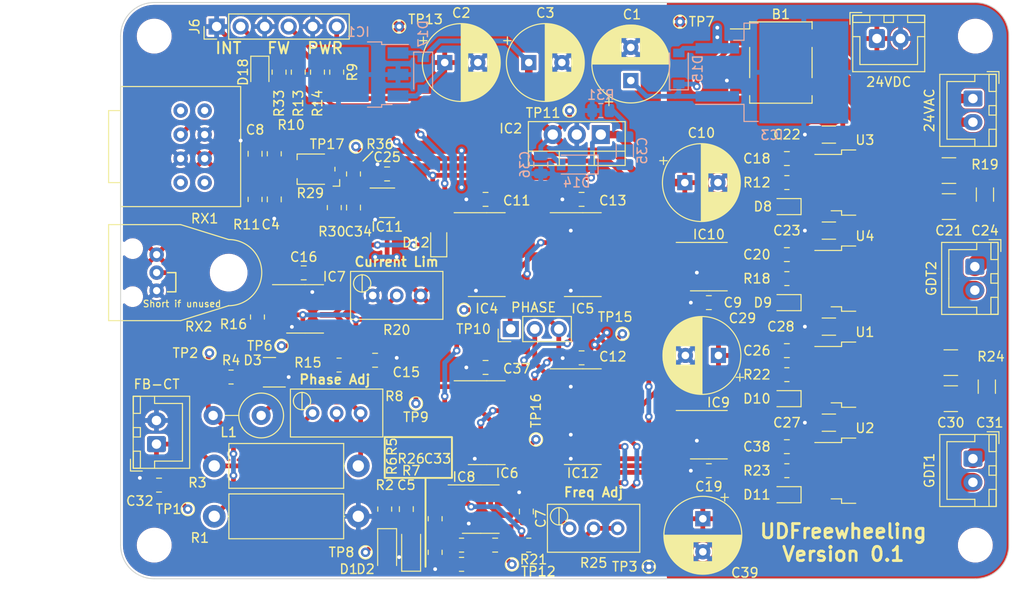
<source format=kicad_pcb>
(kicad_pcb (version 20211014) (generator pcbnew)
  (layers (0 "F.Cu" signal) (31 "B.Cu" signal) (34 "B.Paste" user) (35 "F.Paste" user) (36 "B.SilkS" user "B.Silkscreen") (37 "F.SilkS" user "F.Silkscreen") (38 "B.Mask" user) (39 "F.Mask" user) (44 "Edge.Cuts" user))
  (net 0 "")
  (net 1 "Net-(B1-Pad1)")
  (net 2 "GND")
  (net 3 "Net-(B1-Pad3)")
  (net 4 "Net-(B1-Pad4)")
  (net 5 "+5V")
  (net 6 "+9V")
  (net 7 "+24V")
  (net 8 "OCD")
  (net 9 "Net-(C18-Pad1)")
  (net 10 "Net-(C18-Pad2)")
  (net 11 "Net-(C20-Pad1)")
  (net 12 "Net-(C20-Pad2)")
  (net 13 "Net-(C21-Pad2)")
  (net 14 "Net-(C24-Pad1)")
  (net 15 "Net-(C25-Pad1)")
  (net 16 "Net-(C26-Pad1)")
  (net 17 "Net-(C26-Pad2)")
  (net 18 "Net-(C30-Pad2)")
  (net 19 "Net-(C31-Pad1)")
  (net 20 "Net-(C33-Pad1)")
  (net 21 "CLK")
  (net 22 "Net-(C34-Pad1)")
  (net 23 "Net-(C35-Pad2)")
  (net 24 "Net-(C38-Pad1)")
  (net 25 "Net-(C38-Pad2)")
  (net 26 "Net-(D1-Pad1)")
  (net 27 "Net-(D12-Pad1)")
  (net 28 "Net-(D18-Pad2)")
  (net 31 "Net-(IC6-Pad12)")
  (net 32 "Net-(IC6-Pad8)")
  (net 34 "Net-(IC9-Pad2)")
  (net 35 "Net-(IC9-Pad4)")
  (net 36 "Net-(IC10-Pad2)")
  (net 37 "Net-(IC10-Pad4)")
  (net 39 "Net-(R26-Pad1)")
  (net 40 "Net-(R29-Pad3)")
  (net 45 "Net-(IC4-Pad3)")
  (net 46 "~{INTERRUPT}")
  (net 47 "INTERRUPT")
  (net 48 "FREEWHEEL")
  (net 49 "PHASE")
  (net 50 "Net-(J6-Pad6)")
  (net 51 "/U3Tab")
  (net 52 "/U1Tab")
  (net 53 "/U2Tab")
  (net 54 "/U4Tab")
  (net 55 "Net-(J6-Pad2)")
  (net 56 "Net-(J6-Pad4)")
  (net 59 "~{CLK}")
  (net 60 "Net-(IC8-Pad2)")
  (net 61 "Net-(IC6-Pad13)")
  (net 62 "Net-(R1-Pad1)")
  (net 63 "DISABLE")
  (net 64 "Net-(D12-Pad2)")
  (net 65 "Net-(R8-Pad1)")
  (net 66 "Net-(R20-Pad2)")
  (net 69 "Net-(L1-Pad1)")
  (net 70 "Net-(R8-Pad2)")
  (net 71 "Net-(R21-Pad2)")
  (net 72 "Net-(R16-Pad1)")
  (net 73 "Net-(IC7-Pad2)")
  (footprint "MountingHole:MountingHole_3.2mm_M3" (layer "F.Cu") (at 102.616 73.406)
    (fp_text reference "H2" hide)
    (fp_text value "MountingHole")
  )
  (footprint "Capacitor_SMD:C_1206_3216Metric" (layer "F.Cu") (at 190.5 90.17 -90)
    (fp_text reference "C24")
    (fp_text value "1u")
  )
  (footprint "Package_TO_SOT_SMD:SOT-23-5" (layer "F.Cu") (at 127.254 91.0355)
    (fp_text reference "IC11")
    (fp_text value "LM8365")
  )
  (footprint "Resistor_SMD:R_0805_2012Metric" (layer "F.Cu") (at 117.856 77.216 -90)
    (fp_text reference "R13")
    (fp_text value "470")
  )
  (footprint "Resistor_SMD:R_0805_2012Metric" (layer "F.Cu") (at 142.24 127.254)
    (fp_text reference "R21")
    (fp_text value "10k")
  )
  (footprint "TestPoint:TestPoint_THTPad_D1.0mm_Drill0.5mm" (layer "F.Cu") (at 128.524 72.39)
    (fp_text reference "TP13")
    (fp_text value "TestPoint")
  )
  (footprint "Capacitor_SMD:C_0805_2012Metric" (layer "F.Cu") (at 141.986 123.698 90)
    (fp_text reference "C7")
    (fp_text value "100n")
  )
  (footprint "Resistor_SMD:R_0805_2012Metric" (layer "F.Cu") (at 119.888 77.216 -90)
    (fp_text reference "R14")
    (fp_text value "470")
  )
  (footprint "Resistor_SMD:R_0805_2012Metric" (layer "F.Cu") (at 132.334 128.016 -90)
    (fp_text reference "R6")
    (fp_text value "1k")
  )
  (footprint "Resistor_THT:R_Axial_DIN0414_L11.9mm_D4.5mm_P15.24mm_Horizontal" (layer "F.Cu") (at 108.966 118.872)
    (fp_text reference "R3")
    (fp_text value "20R")
  )
  (footprint "TestPoint:TestPoint_THTPad_D1.0mm_Drill0.5mm" (layer "F.Cu") (at 143.002 116.078)
    (fp_text reference "TP16")
    (fp_text value "TestPoint")
  )
  (footprint "Capacitor_SMD:C_0805_2012Metric" (layer "F.Cu") (at 115.316 90.678 -90)
    (fp_text reference "C4")
    (fp_text value "100n")
  )
  (footprint "Package_SO:SOIC-8_3.9x4.9mm_P1.27mm" (layer "F.Cu") (at 137.16 123.444)
    (fp_text reference "IC8")
    (fp_text value "TLV3501")
  )
  (footprint "Capacitor_THT:CP_Radial_D8.0mm_P3.50mm" (layer "F.Cu") (at 162.307651 107.188 180)
    (fp_text reference "C29")
    (fp_text value "220u")
  )
  (footprint "Package_TO_SOT_SMD:TO-252-4" (layer "F.Cu") (at 177.8 88.9)
    (fp_text reference "U3")
    (fp_text value "FDD8424H")
  )
  (footprint "Resistor_SMD:R_1210_3225Metric" (layer "F.Cu") (at 186.69 87.63 180)
    (fp_text reference "R19")
    (fp_text value "15R")
  )
  (footprint "Diode_SMD:Diode_Bridge_Vishay_DFS" (layer "F.Cu") (at 168.91 76.2)
    (fp_text reference "B1")
    (fp_text value "D_Bridge_+-AA")
  )
  (footprint "Capacitor_SMD:C_0805_2012Metric" (layer "F.Cu") (at 123.698 91.5435 -90)
    (fp_text reference "C34")
    (fp_text value "1n")
  )
  (footprint "Connector_JST:JST_XH_B2B-XH-A_1x02_P2.50mm_Vertical" (layer "F.Cu") (at 189.43 97.79 -90)
    (fp_text reference "J9" hide)
    (fp_text value "GDT2")
  )
  (footprint "Diode_SMD:D_SOD-323" (layer "F.Cu") (at 169.545 101.6 180)
    (fp_text reference "D9")
    (fp_text value "D")
  )
  (footprint "Footprints:HFBR-x41x" (layer "F.Cu") (at 106.68 85.09 180)
    (fp_text reference "RX1")
    (fp_text value "HFBR-2412T")
  )
  (footprint "Package_TO_SOT_SMD:SOT-23" (layer "F.Cu") (at 114.808 108.966 180)
    (fp_text reference "D3")
    (fp_text value "BAT54SW")
  )
  (footprint "Resistor_SMD:R_0805_2012Metric" (layer "F.Cu") (at 110.744 109.474)
    (fp_text reference "R4")
    (fp_text value "1k")
  )
  (footprint "Capacitor_SMD:C_0805_2012Metric" (layer "F.Cu") (at 127.254 87.9875 180)
    (fp_text reference "C25")
    (fp_text value "1u")
  )
  (footprint "Capacitor_SMD:C_0805_2012Metric" (layer "F.Cu") (at 161.29 119.38 180)
    (fp_text reference "C19")
    (fp_text value "1u")
  )
  (footprint "Capacitor_SMD:C_0805_2012Metric" (layer "F.Cu") (at 169.545 86.36)
    (fp_text reference "C18")
    (fp_text value "100n")
  )
  (footprint "Package_SO:SOIC-16_3.9x9.9mm_P1.27mm" (layer "F.Cu") (at 147.955 113.665)
    (fp_text reference "IC12")
    (fp_text value "74AHC157")
  )
  (footprint "TestPoint:TestPoint_THTPad_D1.0mm_Drill0.5mm" (layer "F.Cu") (at 124.968 128.016)
    (fp_text reference "TP8")
    (fp_text value "TestPoint")
  )
  (footprint "Capacitor_SMD:C_1206_3216Metric" (layer "F.Cu") (at 173.99 104.14 180)
    (fp_text reference "C28")
    (fp_text value "4u7")
  )
  (footprint "Package_SO:SOIC-8_3.9x4.9mm_P1.27mm" (layer "F.Cu") (at 161.29 97.79)
    (fp_text reference "IC10")
    (fp_text value "UCC27423")
  )
  (footprint "Diode_SMD:D_SOD-323" (layer "F.Cu") (at 169.545 121.92 180)
    (fp_text reference "D11")
    (fp_text value "D")
  )
  (footprint "Package_SO:SOIC-14_3.9x8.7mm_P1.27mm" (layer "F.Cu") (at 147.955 96.52)
    (fp_text reference "IC5")
    (fp_text value "74AHC74")
  )
  (footprint "Capacitor_SMD:C_0805_2012Metric" (layer "F.Cu") (at 147.828 107.442 180)
    (fp_text reference "C12")
    (fp_text value "100n")
  )
  (footprint "Footprints:IF-D95" (layer "F.Cu") (at 102.87 98.425 90)
    (fp_text reference "RX2")
    (fp_text value "IFD95")
  )
  (footprint "Resistor_SMD:R_0805_2012Metric" (layer "F.Cu") (at 169.545 99.06)
    (fp_text reference "R18")
    (fp_text value "1k")
  )
  (footprint "Capacitor_SMD:C_0805_2012Metric" (layer "F.Cu") (at 125.984 107.696)
    (fp_text reference "C15")
    (fp_text value "100n")
  )
  (footprint "MountingHole:MountingHole_3.2mm_M3" (layer "F.Cu") (at 189.484 127.254)
    (fp_text reference "H4" hide)
    (fp_text value "MountingHole")
  )
  (footprint "MountingHole:MountingHole_3.2mm_M3" (layer "F.Cu") (at 189.484 73.406)
    (fp_text reference "H1" hide)
    (fp_text value "MountingHole")
  )
  (footprint "Capacitor_SMD:C_0805_2012Metric" (layer "F.Cu") (at 169.545 96.52)
    (fp_text reference "C20")
    (fp_text value "100n")
  )
  (footprint "Resistor_SMD:R_0805_2012Metric" (layer "F.Cu") (at 135.128 129.286)
    (fp_text reference "R7")
    (fp_text value "10k")
  )
  (footprint "Resistor_SMD:R_0805_2012Metric" (layer "F.Cu") (at 127 123.444 -90)
    (fp_text reference "R2")
    (fp_text value "470")
  )
  (footprint "MountingHole:MountingHole_3.2mm_M3" (layer "F.Cu") (at 102.616 127.254)
    (fp_text reference "H3" hide)
    (fp_text value "MountingHole")
  )
  (footprint "Footprints:Potentiometer_Bourns_3296W_Vertical" (layer "F.Cu") (at 146.558 125.476 180)
    (fp_text reference "R25")
    (fp_text value "50k")
  )
  (footprint "Capacitor_SMD:C_1210_3225Metric" (layer "F.Cu") (at 186.89 111.76)
    (fp_text reference "C30")
    (fp_text value "2u2")
  )
  (footprint "Capacitor_SMD:C_0805_2012Metric" (layer "F.Cu") (at 113.284 85.852 90)
    (fp_text reference "C8")
    (fp_text value "100n")
  )
  (footprint "Package_SO:SOIC-8_3.9x4.9mm_P1.27mm" (layer "F.Cu") (at 118.5765 102.2585)
    (fp_text reference "IC7")
    (fp_text value "TLV3501")
  )
  (footprint "Resistor_SMD:R_1210_3225Metric" (layer "F.Cu") (at 186.89 107.95 180)
    (fp_text reference "R24")
    (fp_text value "15R")
  )
  (footprint "Diode_SMD:D_SOD-123" (layer "F.Cu") (at 127.254 127.762 -90)
    (fp_text reference "D1")
    (fp_text value "D")
  )
  (footprint "TestPoint:TestPoint_THTPad_D1.0mm_Drill0.5mm" (layer "F.Cu") (at 106.172 123.444)
    (fp_text reference "TP1")
    (fp_text value "TestPoint")
  )
  (footprint "Resistor_SMD:R_0805_2012Metric" (layer "F.Cu") (at 113.538 103.124 90)
    (fp_text reference "R16")
    (fp_text value "1k")
  )
  (footprint "Connector_JST:JST_XH_B2B-XH-A_1x02_P2.50mm_Vertical" (layer "F.Cu") (at 189.23 118.11 -90)
    (fp_text reference "J8" hide)
    (fp_text value "GDT1")
  )
  (footprint "Resistor_SMD:R_0805_2012Metric" (layer "F.Cu") (at 121.666 91.5435 90)
    (fp_text reference "R30")
    (fp_text value "1k8")
  )
  (footprint "Capacitor_SMD:C_0805_2012Metric" (layer "F.Cu") (at 169.545 116.84)
    (fp_text reference "C38")
    (fp_text value "100n")
  )
  (footprint "TestPoint:TestPoint_THTPad_D1.0mm_Drill0.5mm" (layer "F.Cu") (at 135.382 102.362)
    (fp_text reference "TP10")
    (fp_text value "TestPoint")
  )
  (footprint "TestPoint:TestPoint_THTPad_D1.0mm_Drill0.5mm" (layer "F.Cu") (at 154.94 129.54)
    (fp_text reference "TP3")
    (fp_text value "TestPoint")
  )
  (footprint "Resistor_SMD:R_0805_2012Metric" (layer "F.Cu") (at 123.698 87.9875 90)
    (fp_text reference "R36")
    (fp_text value "4k7")
  )
  (footprint "Capacitor_SMD:C_1210_3225Metric" (layer "F.Cu") (at 186.69 91.44)
    (fp_text reference "C21")
    (fp_text value "2u2")
  )
  (footprint "Capacitor_SMD:C_0805_2012Metric" (layer "F.Cu") (at 129.286 123.444 -90)
    (fp_text reference "C5")
    (fp_text value "1n")
  )
  (footprint "Footprints:Potentiometer_Bourns_3296W_Vertical" (layer "F.Cu") (at 119.37 113.284 180)
    (fp_text reference "R8")
    (fp_text value "100R")
  )
  (footprint "Resistor_SMD:R_0805_2012Metric" (layer "F.Cu") (at 113.284 90.678 -90)
    (fp_text reference "R11")
    (fp_text value "1k")
  )
  (footprint "Capacitor_SMD:C_1206_3216Metric" (layer "F.Cu") (at 173.99 93.98 180)
    (fp_text reference "C23")
    (fp_text value "4u7")
  )
  (footprint "Capacitor_SMD:C_0805_2012Metric" (layer "F.Cu") (at 137.668 90.678 180)
    (fp_text reference "C11")
    (fp_text value "100n")
  )
  (footprint "Capacitor_THT:CP_Radial_D8.0mm_P3.50mm" (layer "F.Cu") (at 133.35 76.2)
    (fp_text reference "C2")
    (fp_text value "330u")
  )
  (footprint "TestPoint:TestPoint_THTPad_D1.0mm_Drill0.5mm" (layer "F.Cu") (at 146.558 81.28)
    (fp_text reference "TP11")
    (fp_text value "TestPoint")
  )
  (footprint "TestPoint:TestPoint_THTPad_D1.0mm_Drill0.5mm" (layer "F.Cu") (at 158.242 71.882)
    (fp_text reference "TP7")
    (fp_text value "TestPoint")
  )
  (footprint "Diode_SMD:D_0805_2012Metric" (layer "F.Cu") (at 113.792 77.216 -90)
    (fp_text reference "D18")
    (fp_text value "LED")
  )
  (footprint "Inductor_THT:L_Axial_L11.0mm_D4.5mm_P5.08mm_Vertical_Fastron_MECC" (layer "F.Cu") (at 113.929 113.538 180)
    (fp_text reference "L1")
    (fp_text value "4u7")
  )
  (footprint "Resistor_SMD:R_0805_2012Metric" (layer "F.Cu") (at 169.545 109.22)
    (fp_text reference "R22")
    (fp_text value "1k")
  )
  (footprint "Connector_PinHeader_2.54mm:PinHeader_1x06_P2.54mm_Vertical" (layer "F.Cu") (at 109.22 72.39 90)
    (fp_text reference "J6")
    (fp_text value "LEDs")
  )
  (footprint "TestPoint:TestPoint_THTPad_D1.0mm_Drill0.5mm" (layer "F.Cu") (at 123.952 85.09)
    (fp_text reference "TP17")
    (fp_text value "TestPoint")
  )
  (footprint "Resistor_THT:R_Axial_DIN0414_L11.9mm_D4.5mm_P15.24mm_Horizontal" (layer "F.Cu") (at 108.966 124.206)
    (fp_text reference "R1")
    (fp_text value "5R1")
  )
  (footprint "Capacitor_SMD:C_0805_2012Metric" (layer "F.Cu") (at 118.43 98.4485 180)
    (fp_text reference "C16")
    (fp_text value "100n")
  )
  (footprint "Potentiometer_SMD:Potentiometer_Bourns_TC33X_Vertical" (layer "F.Cu") (at 119.634 87.4795 180)
    (fp_text reference "R29")
    (fp_text value "33k")
  )
  (footprint "Resistor_SMD:R_0805_2012Metric" (layer "F.Cu") (at 132.334 124.46 -90)
    (fp_text reference "R5")
    (fp_text value "1k")
  )
  (footprint "Resistor_SMD:R_0805_2012Metric" (layer "F.Cu") (at 169.545 119.38)
    (fp_text reference "R23")
    (fp_text value "1k")
  )
  (footprint "Capacitor_THT:CP_Radial_D8.0mm_P3.50mm" (layer "F.Cu") (at 158.75 88.9)
    (fp_text reference "C10")
    (fp_text value "220u")
  )
  (footprint "Package_SO:SOIC-14_3.9x8.7mm_P1.27mm" (layer "F.Cu") (at 137.795 114.3)
    (fp_text reference "IC6")
    (fp_text value "74AHC74")
  )
  (footprint "Footprints:Potentiometer_Bourns_3296W_Vertical" (layer "F.Cu") (at 125.73 100.838 180)
    (fp_text reference "R20")
    (fp_text value "2k")
  )
  (footprint "TestPoint:TestPoint_THTPad_D1.0mm_Drill0.5mm" (layer "F.Cu") (at 152.146 104.902)
    (fp_text reference "TP15")
    (fp_text value "TestPoint")
  )
  (footprint "Package_TO_SOT_SMD:TO-252-4" (layer "F.Cu") (at 177.8 99.06)
    (fp_text reference "U4")
    (fp_text value "FDD8424H")
  )
  (footprint "TestPoint:TestPoint_THTPad_D1.0mm_Drill0.5mm" (layer "F.Cu") (at 140.462 129.286)
    (fp_text reference "TP12")
    (fp_text value "TestPoint")
  )
  (footprint "TestPoint:TestPoint_THTPad_D1.0mm_Drill0.5mm" (layer "F.Cu") (at 108.458 106.934)
    (fp_text reference "TP2")
    (fp_text value "TestPoint")
  )
  (footprint "TestPoint:TestPoint_THTPad_D1.0mm_Drill0.5mm" (layer "F.Cu") (at 130.302 112.268 180)
    (fp_text reference "TP9")
    (fp_text value "TestPoint")
  )
  (footprint "Capacitor_SMD:C_0805_2012Metric" (layer "F.Cu") (at 169.545 106.68)
    (fp_text reference "C26")
    (fp_text value "100n")
  )
  (footprint "Connector_JST:JST_XH_B2B-XH-A_1x02_P2.50mm_Vertical" (layer "F.Cu") (at 189.23 80.01 -90)
    (fp_text reference "J2" hide)
    (fp_text value "24VAC")
  )
  (footprint "Capacitor_SMD:C_1206_3216Metric" (layer "F.Cu") (at 173.99 83.82 180)
    (fp_text reference "C22")
    (fp_text value "4u7")
  )
  (footprint "Connector_JST:JST_XH_B2B-XH-A_1x02_P2.50mm_Vertical" (layer "F.Cu") (at 102.853 116.566 90)
    (fp_text reference "J3" hide)
    (fp_text value "FB-CT")
  )
  (footprint "Resistor_SMD:R_0805_2012Metric" (layer "F.Cu") (at 169.545 88.9)
    (fp_text reference "R12")
    (fp_text value "1k")
  )
  (footprint "Package_SO:SOIC-8_3.9x4.9mm_P1.27mm" (layer "F.Cu") (at 161.29 115.57)
    (fp_text reference "IC9")
    (fp_text value "UCC27423")
  )
  (footprint "Package_TO_SOT_SMD:TO-252-4" (layer "F.Cu") (at 177.8 119.38)
    (fp_text reference "U2")
    (fp_text value "FDD8424H")
  )
  (footprint "Resistor_SMD:R_0805_2012Metric" (layer "F.Cu") (at 121.92 77.216 -90)
    (fp_text reference "R9")
    (fp_text value "470")
  )
  (footprint "Capacitor_THT:CP_Radial_D8.0mm_P3.50mm" (layer "F.Cu") (at 160.655 124.46 -90)
    (fp_text reference "C39")
    (fp_text value "Opt")
  )
  (footprint "Capacitor_THT:CP_Radial_D8.0mm_P3.50mm" (layer "F.Cu") (at 142.24 76.2)
    (fp_text reference "C3")
    (fp_text value "330u")
  )
  (footprint "Diode_SMD:D_SOD-323" (layer "F.Cu") (at 169.545 111.76 180)
    (fp_text reference "D10")
    (fp_text value "D")
  )
  (footprint "Capacitor_SMD:C_0805_2012Metric" (layer "F.Cu") (at 103.124 120.904 180)
    (fp_text reference "C32")
    (fp_text value "150p")
  )
  (footprint "Resistor_SMD:R_0805_2012Metric" (layer "F.Cu") (at 135.128 127.254)
    (fp_text reference "R26")
    (fp_text value "470")
  )
  (footprint "Capacitor_SMD:C_1206_3216Metric" (layer "F.Cu") (at 173.99 114.3 180)
    (fp_text reference "C27")
    (fp_text value "4u7")
  )
  (footprint "Package_TO_SOT_THT:TO-220-3_Vertical" (layer "F.Cu") (at 149.86 83.82 180)
    (fp_text reference "IC2")
    (fp_text value "L7809")
  )
  (footprint "Diode_SMD:D_SOD-323" (layer "F.Cu") (at 169.545 91.44 180)
    (fp_text reference "D8")
    (fp_text value "D")
  )
  (footprint "Resistor_SMD:R_0805_2012Metric" (layer "F.Cu") (at 115.824 77.216 90)
    (fp_text reference "R33")
    (fp_text value "470")
  )
  (footprint "Package_SO:SOIC-14_3.9x8.7mm_P1.27mm" (layer "F.Cu") (at 137.795 96.52)
    (fp_text reference "IC4")
    (fp_text value "74AHC14")
  )
  (footprint "Resistor_SMD:R_0805_2012Metric" (layer "F.Cu") (at 122.174 108.204)
    (fp_text reference "R15")
    (fp_text value "1k")
  )
  (footprint "Capacitor_THT:CP_Radial_D8.0mm_P3.50mm" (layer "F.Cu") (at 153.035 78.105 90)
    (fp_text reference "C1")
    (fp_text value "220u")
  )
  (footprint "Connector_PinHeader_2.54mm:PinHeader_1x03_P2.54mm_Vertical" (layer "F.Cu") (at 140.335 104.394 90)
    (fp_text reference "J5" hide)
    (fp_text value "PHASE")
  )
  (footprint "Connector_JST:JST_XH_B2B-XH-A_1x02_P2.50mm_Vertical" (layer "F.Cu") (at 179.07 73.66)
    (fp_text reference "J1" hide)
    (fp_text value "24VDC")
  )
  (footprint "Capacitor_SMD:C_1206_3216Metric" (layer "F.Cu") (at 190.7 110.49 -90)
    (fp_text reference "C31")
    (fp_text value "1u")
  )
  (footprint "Package_TO_SOT_SMD:TO-252-4" (layer "F.Cu") (at 177.8 109.22)
    (fp_text reference "U1")
    (fp_text value "FDD8424H")
  )
  (footprint "Diode_SMD:D_SOD-123" (layer "F.Cu") (at 129.794 127.762 90)
    (fp_text reference "D2")
    (fp_text value "D")
  )
  (footprint "Capacitor_SMD:C_0805_2012Metric" (layer "F.Cu") (at 161.29 101.6 180)
    (fp_text reference "C9")
    (fp_text value "1u")
  )
  (footprint "Capacitor_SMD:C_0805_2012Metric" (layer "F.Cu") (at 138.684 127.254)
    (fp_text reference "C33")
    (fp_text value "1n")
  )
  (footprint "Capacitor_SMD:C_0805_2012Metric" (layer "F.Cu") (at 147.828 90.678 180)
    (fp_text reference "C13")
    (fp_text value "100n")
  )
  (footprint "TestPoint:TestPoint_THTPad_D1.0mm_Drill0.5mm" (layer "F.Cu") (at 116.078 106.172)
    (fp_text reference "TP6")
    (fp_text value "TestPoint")
  )
  (footprint "Diode_SMD:D_SOD-323" (layer "F.Cu") (at 132.715 95.25 90)
    (fp_text reference "D12")
    (fp_text value "D")
  )
  (footprint "Capacitor_SMD:C_0805_2012Metric" (layer "F.Cu") (at 137.668 108.458 180)
    (fp_text reference "C37")
    (fp_text value "100n")
  )
  (footprint "Resistor_SMD:R_0805_2012Metric" (layer "F.Cu") (at 115.316 85.852 90)
    (fp_text reference "R10")
    (fp_text value "1k")
  )
  (footprint "Diode_SMD:D_SOD-123" (layer "B.Cu") (at 131.064 77.344 -90)
    (fp_text reference "D17")
    (fp_text value "D")
  )
  (footprint "Package_TO_SOT_SMD:TO-252-3_TabPin2" (layer "B.Cu") (at 124.206 77.47 180)
    (fp_text reference "IC1")
    (fp_text value "L7805")
  )
  (footprint "Diode_SMD:D_SOD-123" (layer "B.Cu") (at 147.32 86.995 180)
    (fp_text reference "D14")
    (fp_text value "D")
  )
  (footprint "Package_TO_SOT_SMD:TO-263-2" (layer "B.Cu") (at 167.96 77.235)
    (fp_text reference "IC3")
    (fp_text value "L7824")
  )
  (footprint "Diode_SMD:D_SOD-123" (layer "B.Cu") (at 158.115 76.835 90)
    (fp_text reference "D15")
    (fp_text value "D")
  )
  (footprint "Resistor_SMD:R_0805_2012Metric" (layer "B.Cu") (at 149.86 81.28 180)
    (fp_text reference "R31")
    (fp_text value "1R")
  )
  (footprint "Capacitor_SMD:C_1206_3216Metric" (layer "B.Cu") (at 152.4 85.52 90)
    (fp_text reference "C35")
    (fp_text value "4u7")
  )
  (footprint "Capacitor_SMD:C_0805_2012Metric" (layer "B.Cu") (at 143.51 86.995 -90)
    (fp_text reference "C36")
    (fp_text value "100n")
  )
  (gr_line (start 104.013 98.425) (end 104.902 98.425) (layer "F.SilkS") (width 0.15))
  (gr_line (start 104.902 98.425) (end 104.902 100.457) (layer "F.SilkS") (width 0.15))
  (gr_rect (start 127 115.824) (end 134.112 120.142) (layer "F.SilkS") (width 0.2) (fill none))
  (gr_line (start 104.902 100.457) (end 104.013 100.457) (layer "F.SilkS") (width 0.15))
  (gr_line (start 131.318 120.142) (end 131.318 129.54) (layer "F.SilkS") (width 0.2))
  (gr_line (start 125.73 85.598) (end 124.714 86.614) (layer "F.SilkS") (width 0.15))
  (gr_line (start 189.484 130.81) (end 102.616 130.81) (layer "Edge.Cuts") (width 0.1))
  (gr_arc (start 193.04 127.254) (mid 191.998472 129.768472) (end 189.484 130.81) (layer "Edge.Cuts") (width 0.1))
  (gr_arc (start 102.616 130.81) (mid 100.101528 129.768472) (end 99.06 127.254) (layer "Edge.Cuts") (width 0.1))
  (gr_line (start 99.06 127.254) (end 99.06 73.406) (layer "Edge.Cuts") (width 0.1))
  (gr_arc (start 189.484 69.85) (mid 191.998472 70.891528) (end 193.04 73.406) (layer "Edge.Cuts") (width 0.1))
  (gr_line (start 193.04 73.406) (end 193.04 127.254) (layer "Edge.Cuts") (width 0.1))
  (gr_arc (start 99.06 73.406) (mid 100.101528 70.891528) (end 102.616 69.85) (layer "Edge.Cuts") (width 0.1))
  (gr_line (start 102.616 69.85) (end 189.484 69.85) (layer "Edge.Cuts") (width 0.1))
  (gr_text "Short if unused" (at 101.346 101.727) (layer "F.SilkS") (effects (font (size 0.7 0.7) (thickness 0.12)) (justify left)))
  (gr_text "Phase Adj" (at 117.856 109.728) (layer "F.SilkS") (effects (font (size 1 1) (thickness 0.2)) (justify left)))
  (gr_text "INT   FW  PWR" (at 108.966 74.676) (layer "F.SilkS") (effects (font (size 1.2 1.2) (thickness 0.2)) (justify left)))
  (gr_text "Current Lim" (at 123.698 97.282) (layer "F.SilkS") (effects (font (size 1 1) (thickness 0.2)) (justify left)))
  (gr_text "Freq Adj\n" (at 149.098 121.666) (layer "F.SilkS") (effects (font (size 1 1) (thickness 0.2))))
  (gr_text "UDFreewheeling\nVersion 0.1" (at 175.514 127) (layer "F.SilkS") (effects (font (size 1.5 1.5) (thickness 0.3))))
  (segment (start 160.02 78.74) (end 160.02 78.17) (width 0.5) (layer "F.Cu") (net 1))
  (segment (start 160.02 78.17) (end 164.54 73.65) (width 0.5) (layer "F.Cu") (net 1))
  (via (at 160.02 78.74) (size 0.8) (drill 0.4) (layers "F.Cu" "B.Cu") (net 1))
  (segment (start 157.715 79.775) (end 154.705 79.775) (width 0.5) (layer "B.Cu") (net 1))
  (segment (start 154.705 79.775) (end 153.035 78.105) (width 0.5) (layer "B.Cu") (net 1))
  (segment (start 158.115 78.485) (end 158.115 79.375) (width 0.5) (layer "B.Cu") (net 1))
  (segment (start 162.185 79.775) (end 157.715 79.775) (width 0.5) (layer "B.Cu") (net 1))
  (segment (start 159.765 78.485) (end 158.115 78.485) (width 0.5) (layer "B.Cu") (net 1))
  (segment (start 160.02 78.74) (end 159.765 78.485) (width 0.5) (layer "B.Cu") (net 1))
  (segment (start 158.115 79.375) (end 157.715 79.775) (width 0.5) (layer "B.Cu") (net 1))
  (segment (start 117.3725 98.4485) (end 117.3725 98.5145) (width 0.5) (layer "F.Cu") (net 2))
  (segment (start 172.515 83.82) (end 172.515 85.535) (width 0.5) (layer "F.Cu") (net 2))
  (segment (start 116.398 109.916) (end 116.84 109.474) (width 0.5) (layer "F.Cu") (net 2))
  (segment (start 101.854 120.904) (end 101.092 120.142) (width 0.5) (layer "F.Cu") (net 2))
  (segment (start 172.515 104.14) (end 171.45 104.14) (width 0.5) (layer "F.Cu") (net 2))
  (segment (start 129.794 129.412) (end 129.158 129.412) (width 0.5) (layer "F.Cu") (net 2))
  (segment (start 127.89 129.412) (end 127.254 129.412) (width 0.5) (layer "F.Cu") (net 2))
  (segment (start 113.1085 76.2785) (end 109.22 72.39) (width 0.5) (layer "F.Cu") (net 2))
  (segment (start 128.524 128.778) (end 127.89 129.412) (width 0.5) (layer "F.Cu") (net 2))
  (segment (start 123.6605 92.456) (end 123.698 92.4935) (width 0.5) (layer "F.Cu") (net 2))
  (segment (start 172.515 93.98) (end 171.45 93.98) (width 0.5) (layer "F.Cu") (net 2))
  (segment (start 126.304 87.9875) (end 126.304 87.0375) (width 0.5) (layer "F.Cu") (net 2))
  (segment (start 141.097 121.539) (end 141.224 121.666) (width 0.5) (layer "F.Cu") (net 2))
  (segment (start 115.7455 109.916) (end 116.398 109.916) (width 0.5) (layer "F.Cu") (net 2))
  (segment (start 128.016 107.696) (end 128.27 107.442) (width 0.5) (layer "F.Cu") (net 2))
  (segment (start 136.718 108.458) (end 135.636 108.458) (width 0.5) (layer "F.Cu") (net 2))
  (segment (start 141.986 122.428) (end 141.224 121.666) (width 0.5) (layer "F.Cu") (net 2))
  (segment (start 126.1165 92.681) (end 125.984 92.8135) (width 0.5) (layer "F.Cu") (net 2))
  (segment (start 172.515 85.535) (end 173.6 86.62) (width 0.5) (layer "F.Cu") (net 2))
  (segment (start 146.878 107.442) (end 145.854376 107.442) (width 0.5) (layer "F.Cu") (net 2))
  (segment (start 117.3725 98.5145) (end 119.3385 100.4805) (width 0.5) (layer "F.Cu") (net 2))
  (segment (start 128.524 128.524) (end 128.524 128.778) (width 0.5) (layer "F.Cu") (net 2))
  (segment (start 173.6 95.065) (end 172.515 93.98) (width 0.5) (layer "F.Cu") (net 2))
  (segment (start 173.6 96.78) (end 173.6 95.065) (width 0.5) (layer "F.Cu") (net 2))
  (segment (start 172.515 83.82) (end 171.45 83.82) (width 0.5) (layer "F.Cu") (net 2))
  (segment (start 145.48 115.57) (end 146.685 115.57) (width 0.5) (layer "F.Cu") (net 2))
  (segment (start 160.34 119.38) (end 159.385 119.38) (width 0.5) (layer "F.Cu") (net 2))
  (segment (start 113.284 84.902) (end 112.207 84.902) (width 0.5) (layer "F.Cu") (net 2))
  (segment (start 126.304 87.0375) (end 126.238 86.9715) (width 0.5) (layer "F.Cu") (net 2))
  (segment (start 113.792 76.2785) (end 113.1085 76.2785) (width 0.5) (layer "F.Cu") (net 2))
  (segment (start 121.0515 100.3535) (end 119.4655 100.3535) (width 0.5) (layer "F.Cu") (net 2))
  (segment (start 126.1165 91.9855) (end 124.206 91.9855) (width 0.5) (layer "F.Cu") (net 2))
  (segment (start 135.509 125.349) (end 135.89 124.968) (width 0.5) (layer "F.Cu") (net 2))
  (segment (start 145.48 93.98) (end 146.685 93.98) (width 0.5) (layer "F.Cu") (net 2))
  (segment (start 145.48 110.49) (end 146.685 110.49) (width 0.5) (layer "F.Cu") (net 2))
  (segment (start 116.1015 104.1635) (end 117.1795 104.1635) (width 0.5) (layer "F.Cu") (net 2))
  (segment (start 172.515 104.14) (end 172.515 105.855) (width 0.5) (layer "F.Cu") (net 2))
  (segment (start 135.32 118.11) (end 136.525 118.11) (width 0.5) (layer "F.Cu") (net 2))
  (segment (start 145.854376 107.442) (end 145.825188 107.471188) (width 0.5) (layer "F.Cu") (net 2))
  (segment (start 172.515 114.3) (end 171.45 114.3) (width 0.5) (layer "F.Cu") (net 2))
  (segment (start 164.54 78.75) (end 163.84 78.75) (width 0.5) (layer "F.Cu") (net 2))
  (segment (start 112.207 84.902) (end 111.76 84.455) (width 0.5) (layer "F.Cu") (net 2))
  (segment (start 163.84 78.75) (end 163.195 78.105) (width 0.5) (layer "F.Cu") (net 2))
  (segment (start 160.34 101.6) (end 159.385 101.6) (width 0.5) (layer "F.Cu") (net 2))
  (segment (start 136.718 90.678) (end 135.636 90.678) (width 0.5) (layer "F.Cu") (net 2))
  (segment (start 139.635 121.539) (end 141.097 121.539) (width 0.5) (layer "F.Cu") (net 2))
  (segment (start 172.515 114.3) (end 172.515 116.015) (width 0.5) (layer "F.Cu") (net 2))
  (segment (start 121.666 92.456) (end 123.6605 92.456) (width 0.5) (layer "F.Cu") (net 2))
  (segment (start 134.685 125.349) (end 135.509 125.349) (width 0.5) (layer "F.Cu") (net 2))
  (segment (start 119.4655 100.3535) (end 119.3385 100.4805) (width 0.5) (layer "F.Cu") (net 2))
  (segment (start 124.206 91.9855) (end 123.698 92.4935) (width 0.5) (layer "F.Cu") (net 2))
  (segment (start 158.665 116.205) (end 160.02 116.205) (width 0.5) (layer "F.Cu") (net 2))
  (segment (start 172.515 105.855) (end 173.6 106.94) (width 0.5) (layer "F.Cu") (net 2))
  (segment (start 146.878 90.678) (end 145.796 90.678) (width 0.5) (layer "F.Cu") (net 2))
  (segment (start 102.174 120.904) (end 101.854 120.904) (width 0.5) (layer "F.Cu") (net 2))
  (segment (start 132.334 128.9285) (end 132.334 129.794) (width 0.5) (layer "F.Cu") (net 2))
  (segment (start 126.934 107.696) (end 128.016 107.696) (width 0.5) (layer "F.Cu") (net 2))
  (segment (start 115.316 91.628) (end 115.316 92.71) (width 0.5) (layer "F.Cu") (net 2))
  (segment (start 129.158 129.412) (end 128.524 128.778) (width 0.5) (layer "F.Cu") (net 2))
  (segment (start 135.32 100.33) (end 136.652 100.33) (width 0.5) (layer "F.Cu") (net 2))
  (segment (start 141.986 122.748) (end 141.986 122.428) (width 0.5) (layer "F.Cu") (net 2))
  (segment (start 145.48 100.33) (end 146.685 100.33) (width 0.5) (layer "F.Cu") (net 2))
  (segment (start 172.515 116.015) (end 173.6 117.1) (width 0.5) (layer "F.Cu") (net 2))
  (segment (start 158.665 98.425) (end 160.02 98.425) (width 0.5) (layer "F.Cu") (net 2))
  (segment (start 145.48 118.11) (end 146.685 118.11) (width 0.5) (layer "F.Cu") (net 2))
  (segment (start 126.1165 91.9855) (end 126.1165 92.681) (width 0.5) (layer "F.Cu") (net 2))
  (via (at 135.89 124.968) (size 0.8) (drill 0.4) (layers "F.Cu" "B.Cu") (net 2))
  (via (at 128.524 128.524) (size 0.8) (drill 0.4) (layers "F.Cu" "B.Cu") (net 2))
  (via (at 146.685 118.11) (size 0.8) (drill 0.4) (layers "F.Cu" "B.Cu") (net 2))
  (via (at 117.1795 104.1635) (size 0.8) (drill 0.4) (layers "F.Cu" "B.Cu") (net 2))
  (via (at 136.652 100.33) (size 0.8) (drill 0.4) (layers "F.Cu" "B.Cu") (net 2))
  (via (at 159.385 101.6) (size 0.8) (drill 0.4) (layers "F.Cu" "B.Cu") (net 2))
  (via (at 115.316 92.71) (size 0.8) (drill 0.4) (layers "F.Cu" "B.Cu") (net 2))
  (via (at 145.825188 107.471188) (size 0.8) (drill 0.4) (layers "F.Cu" "B.Cu") (net 2))
  (via (at 171.45 114.3) (size 0.8) (drill 0.4) (layers "F.Cu" "B.Cu") (net 2))
  (via (at 132.334 129.794) (size 0.8) (drill 0.4) (layers "F.Cu" "B.Cu") (net 2))
  (via (at 128.27 107.442) (size 0.8) (drill 0.4) (layers "F.Cu" "B.Cu") (net 2))
  (via (at 145.796 90.678) (size 0.8) (drill 0.4) (layers "F.Cu" "B.Cu") (net 2))
  (via (at 101.092 120.142) (size 0.8) (drill 0.4) (layers "F.Cu" "B.Cu") (net 2))
  (via (at 141.224 121.666) (size 0.8) (drill 0.4) (layers "F.Cu" "B.Cu") (net 2))
  (via (at 159.385 119.38) (size 0.8) (drill 0.4) (layers "F.Cu" "B.Cu") (net 2))
  (via (at 119.3385 100.4805) (size 0.8) (drill 0.4) (layers "F.Cu" "B.Cu") (net 2))
  (via (at 171.45 83.82) (size 0.8) (drill 0.4) (layers "F.Cu" "B.Cu") (net 2))
  (via (at 163.195 78.105) (size 0.8) (drill 0.4) (layers "F.Cu" "B.Cu") (net 2))
  (via (at 135.636 90.678) (size 0.8) (drill 0.4) (layers "F.Cu" "B.Cu") (net 2))
  (via (at 116.84 109.474) (size 0.8) (drill 0.4) (layers "F.Cu" "B.Cu") (net 2))
  (via (at 171.45 104.14) (size 0.8) (drill 0.4) (layers "F.Cu" "B.Cu") (net 2))
  (via (at 126.238 86.9715) (size 0.8) (drill 0.4) (layers "F.Cu" "B.Cu") (net 2))
  (via (at 136.525 118.11) (size 0.8) (drill 0.4) (layers "F.Cu" "B.Cu") (net 2))
  (via (at 146.685 110.49) (size 0.8) (drill 0.4) (layers "F.Cu" "B.Cu") (net 2))
  (via (at 160.02 116.205) (size 0.8) (drill 0.4) (layers "F.Cu" "B.Cu") (net 2))
  (via (at 125.984 92.8135) (size 0.8) (drill 0.4) (layers "F.Cu" "B.Cu") (net 2))
  (via (at 146.685 115.57) (size 0.8) (drill 0.4) (layers "F.Cu" "B.Cu") (net 2))
  (via (at 135.636 108.458) (size 0.8) (drill 0.4) (layers "F.Cu" "B.Cu") (net 2))
  (via (at 146.685 93.98) (size 0.8) (drill 0.4) (layers "F.Cu" "B.Cu") (net 2))
  (via (at 111.76 84.455) (size 0.8) (drill 0.4) (layers "F.Cu" "B.Cu") (net 2))
  (via (at 160.02 98.425) (size 0.8) (drill 0.4) (layers "F.Cu" "B.Cu") (net 2))
  (via (at 171.45 93.98) (size 0.8) (drill 0.4) (layers "F.Cu" "B.Cu") (net 2))
  (via (at 146.685 100.33) (size 0.8) (drill 0.4) (layers "F.Cu" "B.Cu") (net 2))
  (segment (start 177.04 82.51) (end 173.28 78.75) (width 1) (layer "F.Cu") (net 3))
  (segment (start 189.23 82.51) (end 177.04 82.51) (width 1) (layer "F.Cu") (net 3))
  (segment (start 189.23 80.01) (end 179.64 80.01) (width 1) (layer "F.Cu") (net 4))
  (segment (start 179.64 80.01) (end 173.28 73.65) (width 1) (layer "F.Cu") (net 4))
  (segment (start 138.618 109.916) (end 139.192 110.49) (width 0.5) (layer "F.Cu") (net 5))
  (segment (start 148.778 108.9) (end 148.778 109.598391) (width 0.5) (layer "F.Cu") (net 5))
  (segment (start 115.2785 86.802) (end 115.316 86.7645) (width 0.5) (layer "F.Cu") (net 5))
  (segment (start 141.986 124.607151) (end 140.187849 122.809) (width 0.5) (layer "F.Cu") (net 5))
  (segment (start 146.616391 111.76) (end 145.48 111.76) (width 0.5) (layer "F.Cu") (net 5))
  (segment (start 148.778 107.442) (end 148.778 108.9) (width 0.5) (layer "F.Cu") (net 5))
  (segment (start 113.284 89.7655) (end 115.2785 89.7655) (width 0.5) (layer "F.Cu") (net 5))
  (segment (start 148.778 108.9) (end 149.098 109.22) (width 0.5) (layer "F.Cu") (net 5))
  (segment (start 115.6735 87.122) (end 115.316 86.7645) (width 0.5) (layer "F.Cu") (net 5))
  (segment (start 149.352 92.71) (end 150.43 92.71) (width 0.5) (layer "F.Cu") (net 5))
  (segment (start 149.098 109.22) (end 150.43 109.22) (width 0.5) (layer "F.Cu") (net 5))
  (segment (start 148.778 106.492) (end 149.225 106.045) (width 0.5) (layer "F.Cu") (net 5))
  (segment (start 139.192 92.71) (end 140.27 92.71) (width 0.5) (layer "F.Cu") (net 5))
  (segment (start 148.778 90.678) (end 148.778 92.136) (width 0.5) (layer "F.Cu") (net 5))
  (segment (start 138.618 92.136) (end 139.192 92.71) (width 0.5) (layer "F.Cu") (net 5))
  (segment (start 139.192 110.49) (end 140.27 110.49) (width 0.5) (layer "F.Cu") (net 5))
  (segment (start 148.778 107.442) (end 148.778 106.492) (width 0.5) (layer "F.Cu") (net 5))
  (segment (start 138.618 108.458) (end 138.618 109.916) (width 0.5) (layer "F.Cu") (net 5))
  (segment (start 115.2785 89.7655) (end 115.316 89.728) (width 0.5) (layer "F.Cu") (net 5))
  (segment (start 148.778 92.136) (end 149.352 92.71) (width 0.5) (layer "F.Cu") (net 5))
  (segment (start 148.778 109.598391) (end 146.616391 111.76) (width 0.5) (layer "F.Cu") (net 5))
  (segment (start 138.618 90.678) (end 138.618 92.136) (width 0.5) (layer "F.Cu") (net 5))
  (segment (start 141.986 124.648) (end 141.986 124.607151) (width 0.5) (layer "F.Cu") (net 5))
  (segment (start 113.284 86.802) (end 115.2785 86.802) (width 0.5) (layer "F.Cu") (net 5))
  (segment (start 140.187849 122.809) (end 139.635 122.809) (width 0.5) (layer "F.Cu") (net 5))
  (via (at 135.128 85.5105) (size 0.8) (drill 0.4) (layers "F.Cu" "B.Cu") (net 5))
  (via (at 125.984 96.774) (size 0.8) (drill 0.4) (layers "F.Cu" "B.Cu") (net 5))
  (via (at 150.495 104.775) (size 0.8) (drill 0.4) (layers "F.Cu" "B.Cu") (net 5))
  (via (at 128.27 96.774) (size 0.8) (drill 0.4) (layers "F.Cu" "B.Cu") (net 5))
  (via (at 149.225 106.045) (size 0.8) (drill 0.4) (layers "F.Cu" "B.Cu") (net 5))
  (via (at 135.128 89.408) (size 0.8) (drill 0.4) (layers "F.Cu" "B.Cu") (net 5))
  (segment (start 133.35 76.708) (end 131.064 78.994) (width 0.5) (layer "B.Cu") (net 5))
  (segment (start 130.308 79.75) (end 131.064 78.994) (width 0.5) (layer "B.Cu") (net 5))
  (segment (start 128.406 79.75) (end 130.308 79.75) (width 0.5) (layer "B.Cu") (net 5))
  (segment (start 133.35 76.2) (end 133.35 76.708) (width 0.5) (layer "B.Cu") (net 5))
  (segment (start 135.128 85.5105) (end 135.128 89.408) (width 0.5) (layer "B.Cu") (net 5))
  (segment (start 125.984 96.774) (end 128.27 96.774) (width 0.5) (layer "B.Cu") (net 5))
  (segment (start 149.225 106.045) (end 150.495 104.775) (width 0.5) (layer "B.Cu") (net 5))
  (segment (start 161.671 113.665) (end 161.671 116.205) (width 0.8) (layer "F.Cu") (net 6))
  (segment (start 163.765 116.205) (end 161.671 116.205) (width 0.8) (layer "F.Cu") (net 6))
  (segment (start 158.665 95.885) (end 161.925 95.885) (width 0.8) (layer "F.Cu") (net 6))
  (segment (start 155.702 90.059523) (end 155.702 93.98) (width 0.8) (layer "F.Cu") (net 6))
  (segment (start 142.24 81.28) (end 142.24 76.2) (width 0.8) (layer "F.Cu") (net 6))
  (segment (start 161.925 95.885) (end 161.798 96.012) (width 0.8) (layer "F.Cu") (net 6))
  (segment (start 161.671 113.665) (end 158.665 113.665) (width 0.8) (layer "F.Cu") (net 6))
  (segment (start 162.24 101.534) (end 161.798 101.092) (width 0.8) (layer "F.Cu") (net 6))
  (segment (start 146.558 82.042) (end 144.78 83.82) (width 0.5) (layer "F.Cu") (net 6))
  (segment (start 161.798 98.298) (end 161.798 101.092) (width 0.8) (layer "F.Cu") (net 6))
  (segment (start 161.671 118.811) (end 162.24 119.38) (width 0.8) (layer "F.Cu") (net 6))
  (segment (start 158.665 95.885) (end 157.861 95.885) (width 0.5) (layer "F.Cu") (net 6))
  (segment (start 162.24 101.6) (end 162.24 103.952) (width 0.8) (layer "F.Cu") (net 6))
  (segment (start 144.78 83.82) (end 142.24 81.28) (width 0.8) (layer "F.Cu") (net 6))
  (segment (start 161.798 96.012) (end 161.798 98.298) (width 0.8) (layer "F.Cu") (net 6))
  (segment (start 157.607 95.885) (end 158.665 95.885) (width 0.8) (layer "F.Cu") (net 6))
  (segment (start 144.78 83.82) (end 146.558 85.598) (width 0.8) (layer "F.Cu") (net 6))
  (segment (start 163.915 113.665) (end 161.671 113.665) (width 0.8) (layer "F.Cu") (net 6))
  (segment (start 151.240477 85.598) (end 155.702 90.059523) (width 0.8) (layer "F.Cu") (net 6))
  (segment (start 162.24 103.952) (end 160.528 105.664) (width 0.8) (layer "F.Cu") (net 6))
  (segment (start 160.528 105.664) (end 160.528 113.538) (width 0.8) (layer "F.Cu") (net 6))
  (segment (start 146.558 85.598) (end 151.240477 85.598) (width 0.8) (layer "F.Cu") (net 6))
  (segment (start 163.765 98.425) (end 161.925 98.425) (width 0.8) (layer "F.Cu") (net 6))
  (segment (start 162.24 101.6) (end 162.24 101.534) (width 0.8) (layer "F.Cu") (net 6))
  (segment (start 146.558 81.28) (end 146.558 82.042) (width 0.5) (layer "F.Cu") (net 6))
  (segment (start 161.671 116.205) (end 161.671 118.811) (width 0.8) (layer "F.Cu") (net 6))
  (segment (start 161.925 98.425) (end 161.798 98.298) (width 0.5) (layer "F.Cu") (net 6))
  (segment (start 161.925 95.885) (end 163.765 95.885) (width 0.8) (layer "F.Cu") (net 6))
  (segment (start 155.702 93.98) (end 157.607 95.885) (width 0.8) (layer "F.Cu") (net 6))
  (segment (start 143.51 85.09) (end 144.78 83.82) (width 0.5) (layer "B.Cu") (net 6))
  (segment (start 128.406 75.19) (end 130.56 75.19) (width 0.5) (layer "B.Cu") (net 6))
  (segment (start 130.56 75.19) (end 131.064 75.694) (width 0.5) (layer "B.Cu") (net 6))
  (segment (start 139.954 73.914) (end 142.24 76.2) (width 0.5) (layer "B.Cu") (net 6))
  (segment (start 131.064 75.694) (end 132.844 73.914) (width 0.5) (layer "B.Cu") (net 6))
  (segment (start 143.51 86.045) (end 144.72 86.045) (width 0.5) (layer "B.Cu") (net 6))
  (segment (start 144.72 86.045) (end 145.67 86.995) (width 0.5) (layer "B.Cu") (net 6))
  (segment (start 143.51 86.045) (end 143.51 85.09) (width 0.5) (layer "B.Cu") (net 6))
  (segment (start 132.844 73.914) (end 139.954 73.914) (width 0.5) (layer "B.Cu") (net 6))
  (segment (start 175.465 88.175) (end 173.6 90.04) (width 0.5) (layer "F.Cu") (net 7))
  (segment (start 141.097 88.392) (end 139.065 86.36) (width 0.5) (layer "F.Cu") (net 7))
  (segment (start 126.827891 86.36) (end 126.58988 86.121989) (width 0.5) (layer "F.Cu") (net 7))
  (segment (start 156.718 88.9) (end 158.75 88.9) (width 0.8) (layer "F.Cu") (net 7))
  (segment (start 151.638 83.82) (end 156.718 88.9) (width 0.8) (layer "F.Cu") (net 7))
  (segment (start 121.523011 84.140489) (end 118.184 87.4795) (width 0.5) (layer "F.Cu") (net 7))
  (segment (start 148.844 88.392) (end 141.097 88.392) (width 0.5) (layer "F.Cu") (net 7))
  (segment (start 149.86 83.82) (end 151.638 83.82) (width 0.8) (layer "F.Cu") (net 7))
  (segment (start 126.58988 86.121989) (end 126.507989 86.121989) (width 0.5) (layer "F.Cu") (net 7))
  (segment (start 174.3 120.52) (end 173.6 120.52) (width 0.5) (layer "F.Cu") (net 7))
  (segment (start 139.065 86.36) (end 126.827891 86.36) (width 0.5) (layer "F.Cu") (net 7))
  (segment (start 175.465 83.82) (end 175.465 88.175) (width 0.5) (layer "F.Cu") (net 7))
  (segment (start 119.184 88.4795) (end 118.184 87.4795) (width 0.5) (layer "F.Cu") (net 7))
  (segment (start 124.526489 84.140489) (end 121.523011 84.140489) (width 0.5) (layer "F.Cu") (net 7))
  (segment (start 121.434 88.4795) (end 119.184 88.4795) (width 0.5) (layer "F.Cu") (net 7))
  (segment (start 126.507989 86.121989) (end 124.526489 84.140489) (width 0.5) (layer "F.Cu") (net 7))
  (via (at 148.844 88.392) (size 0.8) (drill 0.4) (layers "F.Cu" "B.Cu") (net 7))
  (via (at 162.185 73.527) (size 0.8) (drill 0.4) (layers "F.Cu" "B.Cu") (net 7))
  (via (at 162.185 72.511) (size 0.8) (drill 0.4) (layers "F.Cu" "B.Cu") (net 7))
  (segment (start 148.97 86.995) (end 148.97 84.71) (width 0.5) (layer "B.Cu") (net 7))
  (segment (start 162.185 73.527) (end 162.185 74.695) (width 1) (layer "B.Cu") (net 7))
  (segment (start 148.844 88.392) (end 148.97 88.266) (width 0.5) (layer "B.Cu") (net 7))
  (segment (start 162.185 74.695) (end 158.605 74.695) (width 0.5) (layer "B.Cu") (net 7))
  (segment (start 148.97 84.71) (end 149.86 83.82) (width 0.5) (layer "B.Cu") (net 7))
  (segment (start 158.605 74.695) (end 158.115 75.185) (width 0.5) (layer "B.Cu") (net 7))
  (segment (start 162.185 72.511) (end 162.185 73.527) (width 1) (layer "B.Cu") (net 7))
  (segment (start 148.97 88.266) (end 148.97 86.995) (width 0.5) (layer "B.Cu") (net 7))
  (segment (start 152.4 86.995) (end 148.97 86.995) (width 0.5) (layer "B.Cu") (net 7))
  (segment (start 121.604349 102.8935) (end 121.0515 102.8935) (width 0.5) (layer "F.Cu") (net 8))
  (segment (start 124.23273 110.49) (end 130.556 110.49) (width 0.5) (layer "F.Cu") (net 8))
  (segment (start 123.0865 108.204) (end 123.0865 106.2095) (width 0.5) (layer "F.Cu") (net 8))
  (segment (start 130.302 110.744) (end 130.556 110.49) (width 0.5) (layer "F.Cu") (net 8))
  (segment (start 130.556 110.49) (end 135.32 110.49) (width 0.5) (layer "F.Cu") (net 8))
  (segment (start 123.124 106.172) (end 123.124 104.221151) (width 0.5) (layer "F.Cu") (net 8))
  (segment (start 121.796349 102.8935) (end 123.124 104.221151) (width 0.5) (layer "F.Cu") (net 8))
  (segment (start 121.0515 102.8935) (end 121.796349 102.8935) (width 0.5) (layer "F.Cu") (net 8))
  (segment (start 126.1165 90.0855) (end 126.836989 90.0855) (width 0.5) (layer "F.Cu") (net 8))
  (segment (start 123.0865 106.2095) (end 123.124 106.172) (width 0.5) (layer "F.Cu") (net 8))
  (segment (start 127.254 90.502511) (end 127.254 97.243849) (width 0.5) (layer "F.Cu") (net 8))
  (segment (start 126.836989 90.0855) (end 127.254 90.502511) (width 0.5) (layer "F.Cu") (net 8))
  (segment (start 130.302 112.268) (end 130.302 110.744) (width 0.5) (layer "F.Cu") (net 8))
  (segment (start 127.254 97.243849) (end 121.604349 102.8935) (width 0.5) (layer "F.Cu") (net 8))
  (segment (start 123.0865 108.204) (end 123.0865 109.34377) (width 0.5) (layer "F.Cu") (net 8))
  (segment (start 123.0865 109.34377) (end 124.23273 110.49) (width 0.5) (layer "F.Cu") (net 8))
  (segment (start 172.665489 92.114511) (end 173.6 91.18) (width 0.5) (layer "F.Cu") (net 9))
  (segment (start 168.6325 91.3025) (end 168.495 91.44) (width 0.5) (layer "F.Cu") (net 9))
  (segment (start 168.6325 88.9) (end 168.6325 91.3025) (width 0.5) (layer "F.Cu") (net 9))
  (segment (start 168.595 86.36) (end 168.595 88.8625) (width 0.5) (layer "F.Cu") (net 9))
  (segment (start 168.595 88.8625) (end 168.6325 88.9) (width 0.5) (layer "F.Cu") (net 9))
  (segment (start 168.495 91.44) (end 169.169511 92.114511) (width 0.5) (layer "F.Cu") (net 9))
  (segment (start 169.169511 92.114511) (end 172.665489 92.114511) (width 0.5) (layer "F.Cu") (net 9))
  (segment (start 164.465 97.155) (end 167.005 94.615) (width 0.5) (layer "F.Cu") (net 10))
  (segment (start 167.005 94.615) (end 167.005 85.725) (width 0.5) (layer "F.Cu") (net 10))
  (segment (start 167.005 85.725) (end 167.64 85.09) (width 0.5) (layer "F.Cu") (net 10))
  (segment (start 167.64 85.09) (end 169.385 85.09) (width 0.5) (layer "F.Cu") (net 10))
  (segment (start 169.385 85.09) (end 170.495 86.2) (width 0.5) (layer "F.Cu") (net 10))
  (segment (start 170.495 86.36) (end 171.895 87.76) (width 0.5) (layer "F.Cu") (net 10))
  (segment (start 170.495 86.2) (end 170.495 86.36) (width 0.5) (layer "F.Cu") (net 10))
  (segment (start 163.915 97.155) (end 164.465 97.155) (width 0.5) (layer "F.Cu") (net 10))
  (segment (start 171.895 87.76) (end 173.6 87.76) (width 0.5) (layer "F.Cu") (net 10))
  (segment (start 168.595 96.52) (end 168.595 99.0225) (width 0.5) (layer "F.Cu") (net 11))
  (segment (start 172.665489 102.274511) (end 173.6 101.34) (width 0.5) (layer "F.Cu") (net 11))
  (segment (start 168.495 101.6) (end 169.169511 102.274511) (width 0.5) (layer "F.Cu") (net 11))
  (segment (start 169.169511 102.274511) (end 172.665489 102.274511) (width 0.5) (layer "F.Cu") (net 11))
  (segment (start 168.6325 101.4625) (end 168.495 101.6) (width 0.5) (layer "F.Cu") (net 11))
  (segment (start 168.6325 99.06) (end 168.6325 101.4625) (width 0.5) (layer "F.Cu") (net 11))
  (segment (start 168.595 99.0225) (end 168.6325 99.06) (width 0.5) (layer "F.Cu") (net 11))
  (segment (start 167.005 95.885) (end 167.64 95.25) (width 0.5) (layer "F.Cu") (net 12))
  (segment (start 171.895 97.92) (end 173.6 97.92) (width 0.5) (layer "F.Cu") (net 12))
  (segment (start 170.495 96.2) (end 170.495 96.52) (width 0.5) (layer "F.Cu") (net 12))
  (segment (start 167.005 97.79) (end 167.005 95.885) (width 0.5) (layer "F.Cu") (net 12))
  (segment (start 169.545 95.25) (end 170.495 96.2) (width 0.5) (layer "F.Cu") (net 12))
  (segment (start 170.495 96.52) (end 171.895 97.92) (width 0.5) (layer "F.Cu") (net 12))
  (segment (start 163.915 99.695) (end 165.1 99.695) (width 0.5) (layer "F.Cu") (net 12))
  (segment (start 167.64 95.25) (end 169.545 95.25) (width 0.5) (layer "F.Cu") (net 12))
  (segment (start 165.1 99.695) (end 167.005 97.79) (width 0.5) (layer "F.Cu") (net 12))
  (segment (start 190.5 91.645) (end 190.5 96.72) (width 2) (layer "F.Cu") (net 13))
  (segment (start 188.165 91.44) (end 190.295 91.44) (width 2) (layer "F.Cu") (net 13))
  (segment (start 190.295 91.44) (end 190.5 91.645) (width 2) (layer "F.Cu") (net 13))
  (segment (start 190.5 96.72) (end 189.43 97.79) (width 2) (layer "F.Cu") (net 13))
  (segment (start 189.435 87.63) (end 190.5 88.695) (width 2) (layer "F.Cu") (net 14))
  (segment (start 188.1525 87.63) (end 189.435 87.63) (width 2) (layer "F.Cu") (net 14))
  (segment (start 128.204 89.898) (end 128.3915 90.0855) (width 0.5) (layer "F.Cu") (net 15))
  (segment (start 128.204 87.9875) (end 128.204 89.898) (width 0.5) (layer "F.Cu") (net 15))
  (segment (start 169.169511 112.434511) (end 172.665489 112.434511) (width 0.5) (layer "F.Cu") (net 16))
  (segment (start 168.595 109.1825) (end 168.6325 109.22) (width 0.5) (layer "F.Cu") (net 16))
  (segment (start 168.595 106.68) (end 168.595 109.1825) (width 0.5) (layer "F.Cu") (net 16))
  (segment (start 172.665489 112.434511) (end 173.6 111.5) (width 0.5) (layer "F.Cu") (net 16))
  (segment (start 168.6325 109.22) (end 168.6325 111.6225) (width 0.5) (layer "F.Cu") (net 16))
  (segment (start 168.6325 111.6225) (end 168.495 111.76) (width 0.5) (layer "F.Cu") (net 16))
  (segment (start 168.495 111.76) (end 169.169511 112.434511) (width 0.5) (layer "F.Cu") (net 16))
  (segment (start 169.545 105.41) (end 170.495 106.36) (width 0.5) (layer "F.Cu") (net 17))
  (segment (start 164.465 114.935) (end 167.005 112.395) (width 0.5) (layer "F.Cu") (net 17))
  (segment (start 171.895 108.08) (end 173.6 108.08) (width 0.5) (layer "F.Cu") (net 17))
  (segment (start 167.005 105.982865) (end 167.577865 105.41) (width 0.5) (layer "F.Cu") (net 17))
  (segment (start 163.915 114.935) (end 164.465 114.935) (width 0.5) (layer "F.Cu") (net 17))
  (segment (start 167.005 112.395) (end 167.005 105.982865) (width 0.5) (layer "F.Cu") (net 17))
  (segment (start 170.495 106.68) (end 171.895 108.08) (width 0.5) (layer "F.Cu") (net 17))
  (segment (start 170.495 106.36) (end 170.495 106.68) (width 0.5) (layer "F.Cu") (net 17))
  (segment (start 167.577865 105.41) (end 169.545 105.41) (width 0.5) (layer "F.Cu") (net 17))
  (segment (start 190.7 116.64) (end 189.23 118.11) (width 2) (layer "F.Cu") (net 18))
  (segment (start 190.7 111.965) (end 190.7 116.64) (width 2) (layer "F.Cu") (net 18))
  (segment (start 188.365 111.76) (end 190.495 111.76) (width 2) (layer "F.Cu") (net 18))
  (segment (start 190.495 111.76) (end 190.7 111.965) (width 2) (layer "F.Cu") (net 18))
  (segment (start 189.635 107.95) (end 190.7 109.015) (width 2) (layer "F.Cu") (net 19))
  (segment (start 188.3525 107.95) (end 189.635 107.95) (width 2) (layer "F.Cu") (net 19))
  (segment (start 136.0405 127.254) (end 137.734 127.254) (width 0.5) (layer "F.Cu") (net 20))
  (segment (start 137.602 129.286) (end 136.0405 129.286) (width 0.5) (layer "F.Cu") (net 21))
  (segment (start 139.196671 118.85952) (end 138.819576 118.482424) (width 0.5) (layer "F.Cu") (net 21))
  (segment (start 135.32 113.03) (end 137.168576 113.03) (width 0.5) (layer "F.Cu") (net 21))
  (segment (start 145.415 106.68) (end 144.145 107.95) (width 0.5) (layer "F.Cu") (net 21))
  (segment (start 139.634 127.254) (end 139.634 128.458) (width 0.5) (layer "F.Cu") (net 21))
  (segment (start 140.27 114.3) (end 141.478 114.3) (width 0.5) (layer "F.Cu") (net 21))
  (segment (start 138.21048 119.09152) (end 138.819576 118.482424) (width 0.5) (layer "F.Cu") (net 21))
  (segment (start 142.073737 98.464263) (end 141.478 99.06) (width 0.5) (layer "F.Cu") (net 21))
  (segment (start 145.415 106.68) (end 145.415 104.394) (width 0.5) (layer "F.Cu") (net 21))
  (segment (start 145.415 104.394) (end 142.073737 101.052737) (width 0.5) (layer "F.Cu") (net 21))
  (segment (start 138.21048 125.83048) (end 138.21048 124.67952) (width 0.5) (layer "F.Cu") (net 21))
  (segment (start 142.073737 98.552) (end 142.073737 98.464263) (width 0.5) (layer "F.Cu") (net 21))
  (segment (start 138.438576 118.101425) (end 138.438576 114.3) (width 0.5) (layer "F.Cu") (net 21))
  (segment (start 138.811 124.079) (end 139.635 124.079) (width 0.5) (layer "F.Cu") (net 21))
  (segment (start 140.27 99.06) (end 141.478 99.06) (width 0.5) (layer "F.Cu") (net 21))
  (segment (start 139.634 128.458) (end 140.462 129.286) (width 0.5) (layer "F.Cu") (net 21))
  (segment (start 146.558 125.476) (end 139.94152 118.85952) (width 0.5) (layer "F.Cu") (net 21))
  (segment (start 138.819576 118.482424) (end 138.438576 118.101425) (width 0.5) (layer "F.Cu") (net 21))
  (segment (start 139.635 124.079) (end 139.082151 124.079) (width 0.5) (layer "F.Cu") (net 21))
  (segment (start 139.082151 124.079) (end 138.21048 123.207329) (width 0.5) (layer "F.Cu") (net 21))
  (segment (start 138.21048 123.207329) (end 138.21048 119.09152) (width 0.5) (layer "F.Cu") (net 21))
  (segment (start 142.073737 101.052737) (end 142.073737 98.464263) (width 0.5) (layer "F.Cu") (net 21))
  (segment (start 138.438576 114.3) (end 140.27 114.3) (width 0.5) (layer "F.Cu") (net 21))
  (segment (start 139.634 127.254) (end 137.602 129.286) (width 0.5) (layer "F.Cu") (net 21))
  (segment (start 138.21048 124.67952) (end 138.811 124.079) (width 0.5) (layer "F.Cu") (net 21))
  (segment (start 143.51 95.25) (end 145.48 95.25) (width 0.5) (layer "F.Cu") (net 21))
  (segment (start 139.94152 118.85952) (end 139.196671 118.85952) (width 0.5) (layer "F.Cu") (net 21))
  (segment (start 137.168576 113.03) (end 138.438576 114.3) (width 0.5) (layer "F.Cu") (net 21))
  (segment (start 142.875 112.903) (end 142.875 109.22) (width 0.5) (layer "F.Cu") (net 21))
  (segment (start 139.634 127.254) (end 138.21048 125.83048) (width 0.5) (layer "F.Cu") (net 21))
  (segment (start 141.478 114.3) (end 142.875 112.903) (width 0.5) (layer "F.Cu") (net 21))
  (via (at 142.073737 98.552) (size 0.8) (drill 0.4) (layers "F.Cu" "B.Cu") (net 21))
  (via (at 144.145 107.95) (size 0.8) (drill 0.4) (layers "F.Cu" "B.Cu") (net 21))
  (via (at 143.51 95.25) (size 0.8) (drill 0.4) (layers "F.Cu" "B.Cu") (net 21))
  (via (at 142.875 109.22) (size 0.8) (drill 0.4) (layers "F.Cu" "B.Cu") (net 21))
  (segment (start 142.875 109.22) (end 144.145 107.95) (width 0.5) (layer "B.Cu") (net 21))
  (segment (start 142.073737 96.686263) (end 143.51 95.25) (width 0.5) (layer "B.Cu") (net 21))
  (segment (start 142.073737 98.552) (end 142.073737 96.686263) (width 0.5) (layer "B.Cu") (net 21))
  (segment (start 126.1165 91.0355) (end 124.14 91.0355) (width 0.5) (layer "F.Cu") (net 22))
  (segment (start 124.968 86.106) (end 123.952 85.09) (width 0.5) (layer "F.Cu") (net 22))
  (segment (start 121.666 90.631) (end 123.6605 90.631) (width 0.5) (layer "F.Cu") (net 22))
  (segment (start 124.0555 88.9) (end 124.968 87.9875) (width 0.5) (layer "F.Cu") (net 22))
  (segment (start 124.968 87.9875) (end 124.968 86.106) (width 0.5) (layer "F.Cu") (net 22))
  (segment (start 123.698 88.9) (end 124.0555 88.9) (width 0.5) (layer "F.Cu") (net 22))
  (segment (start 124.14 91.0355) (end 123.698 90.5935) (width 0.5) (layer "F.Cu") (net 22))
  (segment (start 123.6605 90.631) (end 123.698 90.5935) (width 0.5) (layer "F.Cu") (net 22))
  (segment (start 123.698 90.5935) (end 123.698 88.9) (width 0.5) (layer "F.Cu") (net 22))
  (segment (start 150.7725 81.28) (end 151.13 81.28) (width 0.5) (layer "B.Cu") (net 23))
  (segment (start 151.13 81.28) (end 152.4 82.55) (width 0.5) (layer "B.Cu") (net 23))
  (segment (start 152.4 82.55) (end 152.4 84.045) (width 0.5) (layer "B.Cu") (net 23))
  (segment (start 169.169511 122.594511) (end 172.665489 122.594511) (width 0.5) (layer "F.Cu") (net 24))
  (segment (start 168.595 119.3425) (end 168.6325 119.38) (width 0.5) (layer "F.Cu") (net 24))
  (segment (start 168.6325 119.38) (end 168.6325 121.7825) (width 0.5) (layer "F.Cu") (net 24))
  (segment (start 168.495 121.92) (end 169.169511 122.594511) (width 0.5) (layer "F.Cu") (net 24))
  (segment (start 172.665489 122.594511) (end 173.6 121.66) (width 0.5) (layer "F.Cu") (net 24))
  (segment (start 168.6325 121.7825) (end 168.495 121.92) (width 0.5) (layer "F.Cu") (net 24))
  (segment (start 168.595 116.84) (end 168.595 119.3425) (width 0.5) (layer "F.Cu") (net 24))
  (segment (start 163.915 117.475) (end 165.735 117.475) (width 0.5) (layer "F.Cu") (net 25))
  (segment (start 171.895 118.24) (end 173.6 118.24) (width 0.5) (layer "F.Cu") (net 25))
  (segment (start 170.495 116.68) (end 170.495 116.84) (width 0.5) (layer "F.Cu") (net 25))
  (segment (start 169.385 115.57) (end 170.495 116.68) (width 0.5) (layer "F.Cu") (net 25))
  (segment (start 170.495 116.84) (end 171.895 118.24) (width 0.5) (layer "F.Cu") (net 25))
  (segment (start 167.64 115.57) (end 169.385 115.57) (width 0.5) (layer "F.Cu") (net 25))
  (segment (start 165.735 117.475) (end 167.64 115.57) (width 0.5) (layer "F.Cu") (net 25))
  (segment (start 127.254 126.112) (end 127.254 124.6105) (width 0.5) (layer "F.Cu") (net 26))
  (segment (start 129.286 124.394) (end 129.286 125.604) (width 0.5) (layer "F.Cu") (net 26))
  (segment (start 127 124.3565) (end 129.2485 124.3565) (width 0.5) (layer "F.Cu") (net 26))
  (segment (start 127.254 126.112) (end 126.872 126.112) (width 0.5) (layer "F.Cu") (net 26))
  (segment (start 129.286 125.604) (end 129.794 126.112) (width 0.5) (layer "F.Cu") (net 26))
  (segment (start 127.254 124.6105) (end 127 124.3565) (width 0.5) (layer "F.Cu") (net 26))
  (segment (start 126.872 126.112) (end 124.968 128.016) (width 0.5) (layer "F.Cu") (net 26))
  (segment (start 129.2485 124.3565) (end 129.286 124.394) (width 0.5) (layer "F.Cu") (net 26))
  (segment (start 132.935 96.52) (end 132.715 96.3) (width 0.5) (layer "F.Cu") (net 27))
  (segment (start 135.32 96.52) (end 132.935 96.52) (width 0.5) (layer "F.Cu") (net 27))
  (segment (start 113.792 78.1535) (end 115.799 78.1535) (width 0.5) (layer "F.Cu") (net 28))
  (segment (start 115.799 78.1535) (end 115.824 78.1285) (width 0.5) (layer "F.Cu") (net 28))
  (segment (start 140.27 113.03) (end 138.43 113.03) (width 0.5) (layer "F.Cu") (net 31))
  (segment (start 137.16 115.552849) (end 137.16 114.3) (width 0.5) (layer "F.Cu") (net 31))
  (segment (start 135.872849 116.84) (end 137.16 115.552849) (width 0.5) (layer "F.Cu") (net 31))
  (segment (start 135.32 116.84) (end 135.872849 116.84) (width 0.5) (layer "F.Cu") (net 31))
  (via (at 137.16 114.3) (size 0.8) (drill 0.4) (layers "F.Cu" "B.Cu") (net 31))
  (via (at 138.43 113.03) (size 0.8) (drill 0.4) (layers "F.Cu" "B.Cu") (net 31))
  (segment (start 137.16 114.3) (end 138.43 113.03) (width 0.5) (layer "B.Cu") (net 31))
  (segment (start 149.00548 113.901671) (end 149.00548 114.698329) (width 0.5) (layer "F.Cu") (net 32))
  (segment (start 152.4 121.92) (end 153.67 120.65) (width 0.5) (layer "F.Cu") (net 32))
  (segment (start 145.237865 121.92) (end 152.4 121.92) (width 0.5) (layer "F.Cu") (net 32))
  (segment (start 150.43 113.03) (end 149.877151 113.03) (width 0.5) (layer "F.Cu") (net 32))
  (segment (start 149.877151 115.57) (end 150.43 115.57) (width 0.5) (layer "F.Cu") (net 32))
  (segment (start 141.427865 118.11) (end 145.237865 121.92) (width 0.5) (layer "F.Cu") (net 32))
  (segment (start 150.43 115.57) (end 152.4 115.57) (width 0.5) (layer "F.Cu") (net 32))
  (segment (start 149.00548 114.698329) (end 149.877151 115.57) (width 0.5) (layer "F.Cu") (net 32))
  (segment (start 140.27 118.11) (end 141.427865 118.11) (width 0.5) (layer "F.Cu") (net 32))
  (segment (start 149.877151 113.03) (end 149.00548 113.901671) (width 0.5) (layer "F.Cu") (net 32))
  (segment (start 152.4 115.57) (end 153.67 116.84) (width 0.5) (layer "F.Cu") (net 32))
  (via (at 153.67 120.65) (size 0.8) (drill 0.4) (layers "F.Cu" "B.Cu") (net 32))
  (via (at 153.67 116.84) (size 0.8) (drill 0.4) (layers "F.Cu" "B.Cu") (net 32))
  (segment (start 153.67 116.84) (end 153.67 120.65) (width 0.5) (layer "B.Cu") (net 32))
  (segment (start 147.606441 116.210711) (end 148.767135 117.371405) (width 0.5) (layer "F.Cu") (net 34))
  (segment (start 148.767135 117.371405) (end 148.767135 118.287135) (width 0.5) (layer "F.Cu") (net 34))
  (segment (start 146.032849 113.03) (end 147.534511 114.531662) (width 0.5) (layer "F.Cu") (net 34))
  (segment (start 147.60644 114.58644) (end 147.606441 116.210711) (width 0.5) (layer "F.Cu") (net 34))
  (segment (start 155.63952 117.76475) (end 155.63952 115.50548) (width 0.5) (layer "F.Cu") (net 34))
  (segment (start 154.54475 118.85952) (end 155.63952 117.76475) (width 0.5) (layer "F.Cu") (net 34))
  (segment (start 156.21 114.935) (end 158.665 114.935) (width 0.5) (layer "F.Cu") (net 34))
  (segment (start 145.48 113.03) (end 146.032849 113.03) (width 0.5) (layer "F.Cu") (net 34))
  (segment (start 147.534511 114.531662) (end 147.551662 114.531662) (width 0.5) (layer "F.Cu") (net 34))
  (segment (start 155.63952 115.50548) (end 156.21 114.935) (width 0.5) (layer "F.Cu") (net 34))
  (segment (start 147.551662 114.531662) (end 147.60644 114.58644) (width 0.5) (layer "F.Cu") (net 34))
  (segment (start 149.33952 118.85952) (end 154.54475 118.85952) (width 0.5) (layer "F.Cu") (net 34))
  (segment (start 148.767135 118.287135) (end 149.33952 118.85952) (width 0.5) (layer "F.Cu") (net 34))
  (segment (start 158.665 117.475) (end 156.91854 117.475) (width 0.5) (layer "F.Cu") (net 35))
  (segment (start 147.24646 116.84) (end 145.48 116.84) (width 0.5) (layer "F.Cu") (net 35))
  (segment (start 154.8345 119.55904) (end 148.76904 119.55904) (width 0.5) (layer "F.Cu") (net 35))
  (segment (start 148.067615 118.857615) (end 148.067615 117.661155) (width 0.5) (layer "F.Cu") (net 35))
  (segment (start 156.91854 117.475) (end 154.8345 119.55904) (width 0.5) (layer "F.Cu") (net 35))
  (segment (start 148.067615 117.661155) (end 147.24646 116.84) (width 0.5) (layer "F.Cu") (net 35))
  (segment (start 148.76904 119.55904) (end 148.067615 118.857615) (width 0.5) (layer "F.Cu") (net 35))
  (segment (start 154.305 118.11) (end 150.43 118.11) (width 0.5) (layer "F.Cu") (net 36))
  (segment (start 154.94 117.475) (end 154.305 118.11) (width 0.5) (layer "F.Cu") (net 36))
  (segment (start 154.94 110.49) (end 154.94 99.06) (width 0.5) (layer "F.Cu") (net 36))
  (segment (start 156.845 97.155) (end 158.665 97.155) (width 0.5) (layer "F.Cu") (net 36))
  (segment (start 154.94 113.665) (end 154.94 117.475) (width 0.5) (layer "F.Cu") (net 36))
  (segment (start 154.94 99.06) (end 156.845 97.155) (width 0.5) (layer "F.Cu") (net 36))
  (via (at 154.94 110.49) (size 0.8) (drill 0.4) (layers "F.Cu" "B.Cu") (net 36))
  (via (at 154.94 113.665) (size 0.8) (drill 0.4) (layers "F.Cu" "B.Cu") (net 36))
  (segment (start 154.94 110.49) (end 154.94 113.665) (width 0.5) (layer "B.Cu") (net 36))
  (segment (start 152.4 114.3) (end 155.956 110.744) (width 0.5) (layer "F.Cu") (net 37))
  (segment (start 150.43 114.3) (end 152.4 114.3) (width 0.5) (layer "F.Cu") (net 37))
  (segment (start 157.099 99.695) (end 158.665 99.695) (width 0.5) (layer "F.Cu") (net 37))
  (segment (start 155.956 110.744) (end 155.956 100.838) (width 0.5) (layer "F.Cu") (net 37))
  (segment (start 155.956 100.838) (end 157.099 99.695) (width 0.5) (layer "F.Cu") (net 37))
  (segment (start 132.334 125.3725) (end 132.334 127.1035) (width 0.5) (layer "F.Cu") (net 39))
  (segment (start 132.334 127.1035) (end 134.065 127.1035) (width 0.5) (layer "F.Cu") (net 39))
  (segment (start 134.2155 127.254) (end 134.2155 129.286) (width 0.5) (layer "F.Cu") (net 39))
  (segment (start 133.6275 124.079) (end 134.685 124.079) (width 0.5) (layer "F.Cu") (net 39))
  (segment (start 132.334 125.3725) (end 133.6275 124.079) (width 0.5) (layer "F.Cu") (net 39))
  (segment (start 134.065 127.1035) (end 134.2155 127.254) (width 0.5) (layer "F.Cu") (net 39))
  (segment (start 123.698 87.075) (end 122.0295 87.075) (width 0.5) (layer "F.Cu") (net 40))
  (segment (start 122.0295 87.075) (end 121.434 86.4795) (width 0.5) (layer "F.Cu") (net 40))
  (segment (start 132.340978 95.25) (end 135.32 95.25) (width 0.5) (layer "F.Cu") (net 45))
  (segment (start 132.086978 95.504) (end 132.340978 95.25) (width 0.5) (layer "F.Cu") (net 45))
  (segment (start 106.4495 98.425) (end 102.87 98.425) (width 0.5) (layer "F.Cu") (net 45))
  (segment (start 126.238 95.504) (end 115.69973 95.504) (width 0.5) (layer "F.Cu") (net 45))
  (segment (start 115.69973 95.504) (end 113.284 93.08827) (width 0.5) (layer "F.Cu") (net 45))
  (segment (start 113.284 93.08827) (end 113.284 91.5905) (width 0.5) (layer "F.Cu") (net 45))
  (segment (start 130.048 95.504) (end 132.086978 95.504) (width 0.5) (layer "F.Cu") (net 45))
  (segment (start 106.4495 98.425) (end 113.284 91.5905) (width 0.5) (layer "F.Cu") (net 45))
  (via (at 130.048 95.504) (size 0.8) (drill 0.4) (layers "F.Cu" "B.Cu") (net 45))
  (via (at 126.238 95.504) (size 0.8) (drill 0.4) (layers "F.Cu" "B.Cu") (net 45))
  (segment (start 130.048 95.504) (end 126.238 95.504) (width 0.5) (layer "B.Cu") (net 45))
  (segment (start 142.748 96.52) (end 145.48 96.52) (width 0.5) (layer "F.Cu") (net 46))
  (segment (start 140.27 97.79) (end 141.478 97.79) (width 0.5) (layer "F.Cu") (net 46))
  (segment (start 141.478 97.79) (end 142.748 96.52) (width 0.5) (layer "F.Cu") (net 46))
  (segment (start 136.393329 91.96048) (end 135.717089 91.96048) (width 0.5) (layer "F.Cu") (net 47))
  (segment (start 137.66848 96.52048) (end 140.26952 96.52048) (width 0.5) (layer "F.Cu") (net 47))
  (segment (start 121.0075 81.28) (end 117.856 78.1285) (width 0.5) (layer "F.Cu") (net 47))
  (segment (start 140.27 95.25) (end 137.668 95.25) (width 0.5) (layer "F.Cu") (net 47))
  (segment (start 133.35 111.506) (end 133.35 113.538) (width 0.5) (layer "F.Cu") (net 47))
  (segment (start 135.382 102.362) (end 137.668 102.362) (width 0.5) (layer "F.Cu") (net 47))
  (segment (start 137.668 102.362) (end 137.66848 102.36152) (width 0.5) (layer "F.Cu") (net 47))
  (segment (start 133.35 89.593391) (end 133.35 88.9875) (width 0.5) (layer "F.Cu") (net 47))
  (segment (start 137.668 95.25) (end 137.668 93.235151) (width 0.5) (layer "F.Cu") (net 47))
  (segment (start 137.66848 102.36152) (end 137.66848 96.52048) (width 0.5) (layer "F.Cu") (net 47))
  (segment (start 130.81 83.82) (end 128.27 81.28) (width 0.5) (layer "F.Cu") (net 47))
  (segment (start 137.668 93.235151) (end 136.393329 91.96048) (width 0.5) (layer "F.Cu") (net 47))
  (segment (start 133.35 113.538) (end 134.112 114.3) (width 0.5) (layer "F.Cu") (net 47))
  (segment (start 134.62 105.41) (end 137.66848 102.36152) (width 0.5) (layer "F.Cu") (net 47))
  (segment (start 134.112 114.3) (end 135.32 114.3) (width 0.5) (layer "F.Cu") (net 47))
  (segment (start 134.62 106.68) (end 134.62 105.41) (width 0.5) (layer "F.Cu") (net 47))
  (segment (start 140.26952 96.52048) (end 140.27 96.52) (width 0.5) (layer "F.Cu") (net 47))
  (segment (start 128.27 81.28) (end 121.0075 81.28) (width 0.5) (layer "F.Cu") (net 47))
  (segment (start 137.66848 96.52048) (end 137.66848 95.25) (width 0.5) (layer "F.Cu") (net 47))
  (segment (start 137.66848 95.25) (end 140.27 95.25) (width 0.5) (layer "F.Cu") (net 47))
  (segment (start 135.717089 91.96048) (end 133.35 89.593391) (width 0.5) (layer "F.Cu") (net 47))
  (via (at 130.81 83.82) (size 0.8) (drill 0.4) (layers "F.Cu" "B.Cu") (net 47))
  (via (at 134.62 106.68) (size 0.8) (drill 0.4) (layers "F.Cu" "B.Cu") (net 47))
  (via (at 133.35 88.9875) (size 0.8) (drill 0.4) (layers "F.Cu" "B.Cu") (net 47))
  (via (at 133.35 111.506) (size 0.8) (drill 0.4) (layers "F.Cu" "B.Cu") (net 47))
  (segment (start 133.35 86.36) (end 133.35 88.9875) (width 0.5) (layer "B.Cu") (net 47))
  (segment (start 130.81 83.82) (end 133.35 86.36) (width 0.5) (layer "B.Cu") (net 47))
  (segment (start 133.35 111.506) (end 133.35 107.95) (width 0.5) (layer "B.Cu") (net 47))
  (segment (start 133.35 107.95) (end 134.62 106.68) (width 0.5) (layer "B.Cu") (net 47))
  (segment (start 150.749 86.614) (end 143.002 86.614) (width 0.5) (layer "F.Cu") (net 48))
  (segment (start 142.24 116.84) (end 143.002 116.078) (width 0.5) (layer "F.Cu") (net 48))
  (segment (start 153.924 89.789) (end 150.749 86.614) (width 0.5) (layer "F.Cu") (net 48))
  (segment (start 150.43 111.76) (end 150.982849 111.76) (width 0.5) (layer "F.Cu") (net 48))
  (segment (start 141.605 116.84) (end 142.24 116.84) (width 0.5) (layer "F.Cu") (net 48))
  (segment (start 150.43 116.84) (end 152.4 116.84) (width 0.5) (layer "F.Cu") (net 48))
  (segment (start 141.605 116.84) (end 145.415 120.65) (width 0.5) (layer "F.Cu") (net 48))
  (segment (start 140.27 116.84) (end 141.605 116.84) (width 0.5) (layer "F.Cu") (net 48))
  (segment (start 121.7695 80.01) (end 119.888 78.1285) (width 0.5) (layer "F.Cu") (net 48))
  (segment (start 136.398 80.01) (end 121.7695 80.01) (width 0.5) (layer "F.Cu") (net 48))
  (segment (start 149.225 111.76) (end 148.30596 112.67904) (width 0.5) (layer "F.Cu") (net 48))
  (segment (start 143.002 86.614) (end 136.398 80.01) (width 0.5) (layer "F.Cu") (net 48))
  (segment (start 148.30596 115.92096) (end 149.225 116.84) (width 0.5) (layer "F.Cu") (net 48))
  (segment (start 150.43 111.76) (end 149.225 111.76) (width 0.5) (layer "F.Cu") (net 48))
  (segment (start 150.982849 111.76) (end 153.924 108.818849) (width 0.5) (layer "F.Cu") (net 48))
  (segment (start 153.924 108.818849) (end 153.924 89.789) (width 0.5) (layer "F.Cu") (net 48))
  (segment (start 148.30596 112.67904) (end 148.30596 115.92096) (width 0.5) (layer "F.Cu") (net 48))
  (segment (start 145.415 120.65) (end 152.4 120.65) (width 0.5) (layer "F.Cu") (net 48))
  (segment (start 149.225 116.84) (end 150.43 116.84) (width 0.5) (layer "F.Cu") (net 48))
  (via (at 152.4 120.65) (size 0.8) (drill 0.4) (layers "F.Cu" "B.Cu") (net 48))
  (via (at 152.4 116.84) (size 0.8) (drill 0.4) (layers "F.Cu" "B.Cu") (net 48))
  (segment (start 152.4 116.84) (end 152.4 120.65) (width 0.5) (layer "B.Cu") (net 48))
  (segment (start 144.145 109.22) (end 145.48 109.22) (width 0.5) (layer "F.Cu") (net 49))
  (segment (start 142.875 107.95) (end 142.875 104.394) (width 0.5) (layer "F.Cu") (net 49))
  (segment (start 142.875 107.95) (end 144.145 109.22) (width 0.5) (layer "F.Cu") (net 49))
  (segment (start 121.92 76.3035) (end 121.92 72.39) (width 0.5) (layer "F.Cu") (net 50))
  (segment (start 185.2275 87.63) (end 185.2275 91.4275) (width 0.5) (layer "F.Cu") (net 51))
  (segment (start 185.2275 91.4275) (end 185.215 91.44) (width 0.5) (layer "F.Cu") (net 51))
  (segment (start 179.9 119.38) (end 181.13 120.61) (width 2) (layer "F.Cu") (net 53))
  (segment (start 181.13 120.61) (end 189.23 120.61) (width 2) (layer "F.Cu") (net 53))
  (segment (start 179.9 99.06) (end 181.13 100.29) (width 2) (layer "F.Cu") (net 54))
  (segment (start 181.13 100.29) (end 189.43 100.29) (width 2) (layer "F.Cu") (net 54))
  (segment (start 116.2285 74.676) (end 114.046 74.676) (width 0.5) (layer "F.Cu") (net 55))
  (segment (start 117.856 76.3035) (end 116.2285 74.676) (width 0.5) (layer "F.Cu") (net 55))
  (segment (start 114.046 74.676) (end 111.76 72.39) (width 0.5) (layer "F.Cu") (net 55))
  (segment (start 119.888 76.3035) (end 119.888 75.438) (width 0.5) (layer "F.Cu") (net 56))
  (segment (start 119.888 75.438) (end 116.84 72.39) (width 0.5) (layer "F.Cu") (net 56))
  (segment (start 140.27 100.33) (end 140.27 104.329) (width 0.5) (layer "F.Cu") (net 59))
  (segment (start 140.27 104.329) (end 140.335 104.394) (width 0.5) (layer "F.Cu") (net 59))
  (segment (start 141.477332 127.104168) (end 141.3275 127.254) (width 0.5) (layer "F.Cu") (net 60))
  (segment (start 141.477332 125.746833) (end 141.477332 127.104168) (width 0.5) (layer "F.Cu") (net 60))
  (segment (start 134.37 122.494) (end 134.685 122.809) (width 0.5) (layer "F.Cu") (net 60))
  (segment (start 134.685 122.809) (end 135.509 122.809) (width 0.5) (layer "F.Cu") (net 60))
  (segment (start 135.509 122.809) (end 135.763 122.809) (width 0.5) (layer "F.Cu") (net 60))
  (segment (start 129.286 122.494) (end 134.37 122.494) (width 0.5) (layer "F.Cu") (net 60))
  (segment (start 135.763 122.809) (end 136.144 123.19) (width 0.5) (layer "F.Cu") (net 60))
  (via (at 141.477332 125.746833) (size 0.8) (drill 0.4) (layers "F.Cu" "B.Cu") (net 60))
  (via (at 136.144 123.19) (size 0.8) (drill 0.4) (layers "F.Cu" "B.Cu") (net 60))
  (segment (start 138.920499 123.19) (end 141.477332 125.746833) (width 0.5) (layer "B.Cu") (net 60))
  (segment (start 136.144 123.19) (end 138.920499 123.19) (width 0.5) (layer "B.Cu") (net 60))
  (segment (start 141.732 110.850849) (end 141.732 107.696) (width 0.5) (layer "F.Cu") (net 61))
  (segment (start 147.066 103.378) (end 146.05 102.362) (width 0.5) (layer "F.Cu") (net 61))
  (segment (start 140.27 111.76) (end 140.822849 111.76) (width 0.5) (layer "F.Cu") (net 61))
  (segment (start 144.018 97.79) (end 145.48 97.79) (width 0.5) (layer "F.Cu") (net 61))
  (segment (start 143.764 98.044) (end 144.018 97.79) (width 0.5) (layer "F.Cu") (net 61))
  (segment (start 146.304 105.918) (end 147.066 105.156) (width 0.5) (layer "F.Cu") (net 61))
  (segment (start 143.764 100.838) (end 143.764 98.044) (width 0.5) (layer "F.Cu") (net 61))
  (segment (start 146.05 102.362) (end 145.288 102.362) (width 0.5) (layer "F.Cu") (net 61))
  (segment (start 145.288 102.362) (end 143.764 100.838) (width 0.5) (layer "F.Cu") (net 61))
  (segment (start 140.822849 111.76) (end 141.732 110.850849) (width 0.5) (layer "F.Cu") (net 61))
  (segment (start 147.066 105.156) (end 147.066 103.378) (width 0.5) (layer "F.Cu") (net 61))
  (via (at 141.732 107.696) (size 0.8) (drill 0.4) (layers "F.Cu" "B.Cu") (net 61))
  (via (at 146.304 105.918) (size 0.8) (drill 0.4) (layers "F.Cu" "B.Cu") (net 61))
  (segment (start 143.51 105.918) (end 146.304 105.918) (width 0.5) (layer "B.Cu") (net 61))
  (segment (start 141.732 107.696) (end 143.51 105.918) (width 0.5) (layer "B.Cu") (net 61))
  (segment (start 108.332 109.474) (end 108.332 107.06) (width 0.5) (layer "F.Cu") (net 62))
  (segment (start 108.332 109.474) (end 109.8315 109.474) (width 0.5) (layer "F.Cu") (net 62))
  (segment (start 108.332 113.021) (end 108.849 113.538) (width 0.5) (layer "F.Cu") (net 62))
  (segment (start 110.998 115.687) (end 110.998 117.602) (width 0.5) (layer "F.Cu") (net 62))
  (segment (start 110.998 119.888) (end 110.998 122.174) (width 0.5) (layer "F.Cu") (net 62))
  (segment (start 108.849 113.538) (end 110.998 115.687) (width 0.5) (layer "F.Cu") (net 62))
  (segment (start 110.998 122.174) (end 108.966 124.206) (width 0.5) (layer "F.Cu") (net 62))
  (segment (start 108.332 107.06) (end 108.458 106.934) (width 0.5) (layer "F.Cu") (net 62))
  (segment (start 108.332 109.474) (end 108.332 113.021) (width 0.5) (layer "F.Cu") (net 62))
  (via (at 110.998 119.888) (size 0.8) (drill 0.4) (layers "F.Cu" "B.Cu") (net 62))
  (via (at 110.998 117.602) (size 0.8) (drill 0.4) (layers "F.Cu" "B.Cu") (net 62))
  (segment (start 110.998 117.602) (end 110.998 119.888) (width 0.5) (layer "B.Cu") (net 62))
  (segment (start 151.13 110.49) (end 150.43 110.49) (width 0.5) (layer "F.Cu") (net 63))
  (segment (start 152.146 104.902) (end 150.876 106.172) (width 0.5) (layer "F.Cu") (net 63))
  (segment (start 147.32 99.06) (end 148.082 99.822) (width 0.5) (layer "F.Cu") (net 63))
  (segment (start 150.876 106.426) (end 152.4 107.95) (width 0.5) (layer "F.Cu") (net 63))
  (segment (start 150.876 106.172) (end 150.876 106.426) (width 0.5) (layer "F.Cu") (net 63))
  (segment (start 148.082 103.632) (end 150.876 106.426) (width 0.5) (layer "F.Cu") (net 63))
  (segment (start 145.48 99.06) (end 147.32 99.06) (width 0.5) (layer "F.Cu") (net 63))
  (segment (start 148.082 99.822) (end 148.082 103.632) (width 0.5) (layer "F.Cu") (net 63))
  (segment (start 152.4 107.95) (end 152.4 109.22) (width 0.5) (layer "F.Cu") (net 63))
  (segment (start 152.4 109.22) (end 151.13 110.49) (width 0.5) (layer "F.Cu") (net 63))
  (segment (start 142.166424 93.291576) (end 142.166424 91.620424) (width 0.5) (layer "F.Cu") (net 64))
  (segment (start 115.316 84.9395) (end 115.316 82.814022) (width 0.5) (layer "F.Cu") (net 64))
  (segment (start 140.27 93.98) (end 141.478 93.98) (width 0.5) (layer "F.Cu") (net 64))
  (segment (start 115.316 82.814022) (end 114.993489 82.491511) (width 0.5) (layer "F.Cu") (net 64))
  (segment (start 132.08 88.138) (end 132.08 89.741331) (width 0.5) (layer "F.Cu") (net 64))
  (segment (start 142.166424 91.620424) (end 138.684 88.138) (width 0.5) (layer "F.Cu") (net 64))
  (segment (start 138.684 88.138) (end 132.08 88.138) (width 0.5) (layer "F.Cu") (net 64))
  (segment (start 141.478 93.98) (end 142.166424 93.291576) (width 0.5) (layer "F.Cu") (net 64))
  (segment (start 132.715 94.2) (end 132.715 90.376331) (width 0.5) (layer "F.Cu") (net 64))
  (segment (start 126.179511 82.491511) (end 114.993489 82.491511) (width 0.5) (layer "F.Cu") (net 64))
  (segment (start 132.715 90.376331) (end 132.08 89.741331) (width 0.5) (layer "F.Cu") (net 64))
  (segment (start 105.41 83.82) (end 106.738489 82.491511) (width 0.5) (layer "F.Cu") (net 64))
  (segment (start 126.179511 82.491511) (end 128.27 84.582) (width 0.5) (layer "F.Cu") (net 64))
  (segment (start 106.738489 82.491511) (end 114.993489 82.491511) (width 0.5) (layer "F.Cu") (net 64))
  (via (at 132.08 88.138) (size 0.8) (drill 0.4) (layers "F.Cu" "B.Cu") (net 64))
  (via (at 128.27 84.582) (size 0.8) (drill 0.4) (layers "F.Cu" "B.Cu") (net 64))
  (segment (start 131.826 88.138) (end 132.08 88.138) (width 0.5) (layer "B.Cu") (net 64))
  (segment (start 128.27 84.582) (end 131.826 88.138) (width 0.5) (layer "B.Cu") (net 64))
  (segment (start 102.853 116.566) (end 106.66 116.566) (width 0.5) (layer "F.Cu") (net 65))
  (segment (start 104.14 120.904) (end 104.14 121.412) (width 0.5) (layer "F.Cu") (net 65))
  (segment (start 104.074 120.904) (end 104.14 120.904) (width 0.5) (layer "F.Cu") (net 65))
  (segment (start 113.782 118.872) (end 119.37 113.284) (width 0.5) (layer "F.Cu") (net 65))
  (segment (start 106.66 116.566) (end 108.966 118.872) (width 0.5) (layer "F.Cu") (net 65))
  (segment (start 102.853 116.566) (end 102.853 119.683) (width 0.5) (layer "F.Cu") (net 65))
  (segment (start 108.966 118.872) (end 113.782 118.872) (width 0.5) (layer "F.Cu") (net 65))
  (segment (start 104.14 121.412) (end 106.172 123.444) (width 0.5) (layer "F.Cu") (net 65))
  (segment (start 102.853 119.683) (end 104.074 120.904) (width 0.5) (layer "F.Cu") (net 65))
  (segment (start 118.3405 105.1795) (end 118.3405 102.8935) (width 0.5) (layer "F.Cu") (net 66))
  (segment (start 128.27 100.838) (end 125.73 103.378) (width 0.5) (layer "F.Cu") (net 66))
  (segment (start 124.842 105.41) (end 124.842 107.504) (width 0.5) (layer "F.Cu") (net 66))
  (segment (start 117.348 106.172) (end 118.3405 105.1795) (width 0.5) (layer "F.Cu") (net 66))
  (segment (start 116.078 106.172) (end 117.348 106.172) (width 0.5) (layer "F.Cu") (net 66))
  (segment (start 116.1015 102.8935) (end 118.3405 102.8935) (width 0.5) (layer "F.Cu") (net 66))
  (segment (start 123.952 103.378) (end 123.952 104.52) (width 0.5) (layer "F.Cu") (net 66))
  (segment (start 123.952 104.52) (end 124.842 105.41) (width 0.5) (layer "F.Cu") (net 66))
  (segment (start 124.842 107.504) (end 125.034 107.696) (width 0.5) (layer "F.Cu") (net 66))
  (segment (start 125.73 103.378) (end 123.952 103.378) (width 0.5) (layer "F.Cu") (net 66))
  (via (at 118.3405 102.8935) (size 0.8) (drill 0.4) (layers "F.Cu" "B.Cu") (net 66))
  (via (at 123.952 103.378) (size 0.8) (drill 0.4) (layers "F.Cu" "B.Cu") (net 66))
  (segment (start 118.3405 102.8935) (end 123.4675 102.8935) (width 0.5) (layer "B.Cu") (net 66))
  (segment (start 123.4675 102.8935) (end 123.952 103.378) (width 0.5) (layer "B.Cu") (net 66))
  (segment (start 124.45 113.284) (end 124.45 118.628) (width 0.5) (layer "F.Cu") (net 69))
  (segment (start 115.352511 112.114489) (end 113.929 113.538) (width 0.5) (layer "F.Cu") (net 69))
  (segment (start 123.280489 112.114489) (end 115.352511 112.114489) (width 0.5) (layer "F.Cu") (net 69))
  (segment (start 124.45 113.284) (end 123.280489 112.114489) (width 0.5) (layer "F.Cu") (net 69))
  (segment (start 124.45 118.628) (end 124.206 118.872) (width 0.5) (layer "F.Cu") (net 69))
  (segment (start 121.91 118.908762) (end 121.91 113.284) (width 0.5) (layer "F.Cu") (net 70))
  (segment (start 125.532738 122.5315) (end 121.91 118.908762) (width 0.5) (layer "F.Cu") (net 70))
  (segment (start 127 122.5315) (end 125.532738 122.5315) (width 0.5) (layer "F.Cu") (net 70))
  (segment (start 143.1525 127.254) (end 147.32 127.254) (width 0.5) (layer "F.Cu") (net 71))
  (segment (start 147.32 127.254) (end 149.098 125.476) (width 0.5) (layer "F.Cu") (net 71))
  (segment (start 151.638 125.476) (end 149.098 125.476) (width 0.5) (layer "F.Cu") (net 71))
  (segment (start 111.6565 109.474) (end 113.3625 109.474) (width 0.5) (layer "F.Cu") (net 72))
  (segment (start 113.3625 109.474) (end 113.8705 108.966) (width 0.5) (layer "F.Cu") (net 72))
  (segment (start 113.538 108.6335) (end 113.8705 108.966) (width 0.5) (layer "F.Cu") (net 72))
  (segment (start 113.538 104.0365) (end 113.538 108.6335) (width 0.5) (layer "F.Cu") (net 72))
  (segment (start 113.538 102.2115) (end 114.126 101.6235) (width 0.5) (layer "F.Cu") (net 73))
  (segment (start 114.126 101.6235) (end 116.1015 101.6235) (width 0.5) (layer "F.Cu") (net 73))
  (zone (net 52) (net_name "/U1Tab") (layer "F.Cu") (priority 2) (connect_pads yes (clearance 0.508)) (min_thickness 0.254) (fill yes (thermal_gap 0.508) (thermal_bridge_width 0.508))
    (polygon (pts (xy 186.055 113.665) (xy 182.88 113.665) (xy 182.88 106.045) (xy 186.055 106.045)))
  )
  (zone (net 5) (net_name "+5V") (layer "F.Cu") (connect_pads (clearance 0.254)) (min_thickness 0.254) (fill yes (thermal_gap 0.254) (thermal_bridge_width 0.508))
    (polygon (pts (xy 156.21 130.81) (xy 99.06 130.81) (xy 99.06 69.85) (xy 156.21 69.85)))
  )
  (zone (net 7) (net_name "+24V") (layer "F.Cu") (priority 1) (connect_pads (clearance 0)) (min_thickness 0.254) (fill yes (thermal_gap 0.254) (thermal_bridge_width 0.508))
    (polygon (pts (xy 193.04 130.81) (xy 156.845 130.81) (xy 156.845 69.85) (xy 193.04 69.85)))
  )
  (zone (net 51) (net_name "/U3Tab") (layer "F.Cu") (priority 2) (connect_pads yes (clearance 0.508)) (min_thickness 0.254) (fill yes (thermal_gap 0.508) (thermal_bridge_width 0.508))
    (polygon (pts (xy 186.055 92.71) (xy 182.88 92.71) (xy 182.88 85.725) (xy 186.055 85.725)))
  )
  (zone (net 2) (net_name "GND") (layer "B.Cu") (connect_pads (clearance 0.245)) (min_thickness 0.254) (fill yes (thermal_gap 0.254) (thermal_bridge_width 0.508))
    (polygon (pts (xy 193.04 130.81) (xy 99.06 130.81) (xy 99.06 69.85) (xy 193.04 69.85)))
  )
)
</source>
